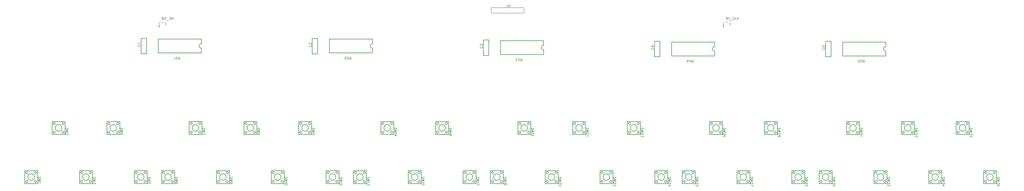
<source format=gto>
G04 Layer: TopSilkscreenLayer*
G04 EasyEDA v6.5.40, 2024-07-22 23:31:44*
G04 cb6e2e9fbd21486d88ae5690d2d3dc00,10*
G04 Gerber Generator version 0.2*
G04 Scale: 100 percent, Rotated: No, Reflected: No *
G04 Dimensions in millimeters *
G04 leading zeros omitted , absolute positions ,4 integer and 5 decimal *
%FSLAX45Y45*%
%MOMM*%

%ADD10C,0.1524*%
%ADD11C,0.2540*%
%ADD12C,0.2032*%
%ADD13C,0.2030*%
%ADD14C,0.3000*%
%ADD15C,0.0124*%

%LPD*%
D10*
X5739937Y4624532D02*
G01*
X5729546Y4619335D01*
X5719155Y4608944D01*
X5713961Y4598555D01*
X5713961Y4577773D01*
X5719155Y4567382D01*
X5729546Y4556991D01*
X5739937Y4551794D01*
X5755525Y4546600D01*
X5781502Y4546600D01*
X5797087Y4551794D01*
X5807478Y4556991D01*
X5817870Y4567382D01*
X5823064Y4577773D01*
X5823064Y4598555D01*
X5817870Y4608944D01*
X5807478Y4619335D01*
X5797087Y4624532D01*
X5734743Y4658822D02*
G01*
X5729546Y4669213D01*
X5713961Y4684798D01*
X5823064Y4684798D01*
X13673206Y4611832D02*
G01*
X13662814Y4606635D01*
X13652423Y4596244D01*
X13647229Y4585855D01*
X13647229Y4565073D01*
X13652423Y4554682D01*
X13662814Y4544291D01*
X13673206Y4539094D01*
X13688794Y4533900D01*
X13714770Y4533900D01*
X13730356Y4539094D01*
X13740747Y4544291D01*
X13751138Y4554682D01*
X13756332Y4565073D01*
X13756332Y4585855D01*
X13751138Y4596244D01*
X13740747Y4606635D01*
X13730356Y4611832D01*
X13673206Y4651316D02*
G01*
X13668011Y4651316D01*
X13657620Y4656513D01*
X13652423Y4661707D01*
X13647229Y4672098D01*
X13647229Y4692881D01*
X13652423Y4703272D01*
X13657620Y4708466D01*
X13668011Y4713663D01*
X13678402Y4713663D01*
X13688794Y4708466D01*
X13704379Y4698075D01*
X13756332Y4646122D01*
X13756332Y4718857D01*
X21606474Y4548332D02*
G01*
X21596083Y4543135D01*
X21585692Y4532744D01*
X21580497Y4522355D01*
X21580497Y4501573D01*
X21585692Y4491182D01*
X21596083Y4480791D01*
X21606474Y4475594D01*
X21622062Y4470400D01*
X21648038Y4470400D01*
X21663624Y4475594D01*
X21674015Y4480791D01*
X21684406Y4491182D01*
X21689601Y4501573D01*
X21689601Y4522355D01*
X21684406Y4532744D01*
X21674015Y4543135D01*
X21663624Y4548332D01*
X21580497Y4593013D02*
G01*
X21580497Y4650163D01*
X21622062Y4618989D01*
X21622062Y4634575D01*
X21627256Y4644966D01*
X21632451Y4650163D01*
X21648038Y4655357D01*
X21658430Y4655357D01*
X21674015Y4650163D01*
X21684406Y4639772D01*
X21689601Y4624184D01*
X21689601Y4608598D01*
X21684406Y4593013D01*
X21679212Y4587816D01*
X21668821Y4582622D01*
X29539742Y4484832D02*
G01*
X29529351Y4479635D01*
X29518960Y4469244D01*
X29513766Y4458855D01*
X29513766Y4438073D01*
X29518960Y4427682D01*
X29529351Y4417291D01*
X29539742Y4412094D01*
X29555330Y4406900D01*
X29581307Y4406900D01*
X29596892Y4412094D01*
X29607283Y4417291D01*
X29617675Y4427682D01*
X29622869Y4438073D01*
X29622869Y4458855D01*
X29617675Y4469244D01*
X29607283Y4479635D01*
X29596892Y4484832D01*
X29513766Y4571075D02*
G01*
X29586501Y4519122D01*
X29586501Y4597054D01*
X29513766Y4571075D02*
G01*
X29622869Y4571075D01*
X37473011Y4484832D02*
G01*
X37462620Y4479635D01*
X37452228Y4469244D01*
X37447034Y4458855D01*
X37447034Y4438073D01*
X37452228Y4427682D01*
X37462620Y4417291D01*
X37473011Y4412094D01*
X37488599Y4406900D01*
X37514575Y4406900D01*
X37530161Y4412094D01*
X37540552Y4417291D01*
X37550943Y4427682D01*
X37556137Y4438073D01*
X37556137Y4458855D01*
X37550943Y4469244D01*
X37540552Y4479635D01*
X37530161Y4484832D01*
X37447034Y4581466D02*
G01*
X37447034Y4529513D01*
X37493793Y4524316D01*
X37488599Y4529513D01*
X37483402Y4545098D01*
X37483402Y4560684D01*
X37488599Y4576272D01*
X37498987Y4586663D01*
X37514575Y4591857D01*
X37524966Y4591857D01*
X37540552Y4586663D01*
X37550943Y4576272D01*
X37556137Y4560684D01*
X37556137Y4545098D01*
X37550943Y4529513D01*
X37545749Y4524316D01*
X37535358Y4519122D01*
X7661462Y3952062D02*
G01*
X7661462Y4061028D01*
X7661462Y3952062D02*
G01*
X7614726Y3952062D01*
X7599232Y3957142D01*
X7593898Y3962476D01*
X7588818Y3972890D01*
X7588818Y3983304D01*
X7593898Y3993718D01*
X7599232Y3998798D01*
X7614726Y4003878D01*
X7661462Y4003878D01*
X7625140Y4003878D02*
G01*
X7588818Y4061028D01*
X7476550Y3977970D02*
G01*
X7481630Y3967556D01*
X7492044Y3957142D01*
X7502458Y3952062D01*
X7523286Y3952062D01*
X7533700Y3957142D01*
X7544114Y3967556D01*
X7549194Y3977970D01*
X7554528Y3993718D01*
X7554528Y4019626D01*
X7549194Y4035120D01*
X7544114Y4045534D01*
X7533700Y4055948D01*
X7523286Y4061028D01*
X7502458Y4061028D01*
X7492044Y4055948D01*
X7481630Y4045534D01*
X7476550Y4035120D01*
X7476550Y4019626D01*
X7502458Y4019626D02*
G01*
X7476550Y4019626D01*
X7442260Y3972890D02*
G01*
X7431846Y3967556D01*
X7416352Y3952062D01*
X7416352Y4061028D01*
X15594731Y3952062D02*
G01*
X15594731Y4061028D01*
X15594731Y3952062D02*
G01*
X15547995Y3952062D01*
X15532501Y3957142D01*
X15527167Y3962476D01*
X15522087Y3972890D01*
X15522087Y3983304D01*
X15527167Y3993718D01*
X15532501Y3998798D01*
X15547995Y4003878D01*
X15594731Y4003878D01*
X15558409Y4003878D02*
G01*
X15522087Y4061028D01*
X15409819Y3977970D02*
G01*
X15414899Y3967556D01*
X15425313Y3957142D01*
X15435727Y3952062D01*
X15456555Y3952062D01*
X15466969Y3957142D01*
X15477383Y3967556D01*
X15482463Y3977970D01*
X15487797Y3993718D01*
X15487797Y4019626D01*
X15482463Y4035120D01*
X15477383Y4045534D01*
X15466969Y4055948D01*
X15456555Y4061028D01*
X15435727Y4061028D01*
X15425313Y4055948D01*
X15414899Y4045534D01*
X15409819Y4035120D01*
X15409819Y4019626D01*
X15435727Y4019626D02*
G01*
X15409819Y4019626D01*
X15370195Y3977970D02*
G01*
X15370195Y3972890D01*
X15365115Y3962476D01*
X15359781Y3957142D01*
X15349621Y3952062D01*
X15328793Y3952062D01*
X15318379Y3957142D01*
X15313045Y3962476D01*
X15307965Y3972890D01*
X15307965Y3983304D01*
X15313045Y3993718D01*
X15323459Y4009212D01*
X15375529Y4061028D01*
X15302631Y4061028D01*
X23527999Y3875862D02*
G01*
X23527999Y3984828D01*
X23527999Y3875862D02*
G01*
X23481263Y3875862D01*
X23465769Y3880942D01*
X23460435Y3886276D01*
X23455355Y3896690D01*
X23455355Y3907104D01*
X23460435Y3917518D01*
X23465769Y3922598D01*
X23481263Y3927678D01*
X23527999Y3927678D01*
X23491677Y3927678D02*
G01*
X23455355Y3984828D01*
X23343087Y3901770D02*
G01*
X23348167Y3891356D01*
X23358581Y3880942D01*
X23368995Y3875862D01*
X23389823Y3875862D01*
X23400237Y3880942D01*
X23410651Y3891356D01*
X23415731Y3901770D01*
X23421065Y3917518D01*
X23421065Y3943426D01*
X23415731Y3958920D01*
X23410651Y3969334D01*
X23400237Y3979748D01*
X23389823Y3984828D01*
X23368995Y3984828D01*
X23358581Y3979748D01*
X23348167Y3969334D01*
X23343087Y3958920D01*
X23343087Y3943426D01*
X23368995Y3943426D02*
G01*
X23343087Y3943426D01*
X23298383Y3875862D02*
G01*
X23241233Y3875862D01*
X23272475Y3917518D01*
X23256727Y3917518D01*
X23246313Y3922598D01*
X23241233Y3927678D01*
X23235899Y3943426D01*
X23235899Y3953840D01*
X23241233Y3969334D01*
X23251647Y3979748D01*
X23267141Y3984828D01*
X23282889Y3984828D01*
X23298383Y3979748D01*
X23303463Y3974668D01*
X23308797Y3964254D01*
X31461268Y3812362D02*
G01*
X31461268Y3921328D01*
X31461268Y3812362D02*
G01*
X31414532Y3812362D01*
X31399038Y3817442D01*
X31393704Y3822776D01*
X31388624Y3833190D01*
X31388624Y3843604D01*
X31393704Y3854018D01*
X31399038Y3859098D01*
X31414532Y3864178D01*
X31461268Y3864178D01*
X31424946Y3864178D02*
G01*
X31388624Y3921328D01*
X31276356Y3838270D02*
G01*
X31281436Y3827856D01*
X31291850Y3817442D01*
X31302264Y3812362D01*
X31323092Y3812362D01*
X31333506Y3817442D01*
X31343920Y3827856D01*
X31349000Y3838270D01*
X31354334Y3854018D01*
X31354334Y3879926D01*
X31349000Y3895420D01*
X31343920Y3905834D01*
X31333506Y3916248D01*
X31323092Y3921328D01*
X31302264Y3921328D01*
X31291850Y3916248D01*
X31281436Y3905834D01*
X31276356Y3895420D01*
X31276356Y3879926D01*
X31302264Y3879926D02*
G01*
X31276356Y3879926D01*
X31189996Y3812362D02*
G01*
X31242066Y3885006D01*
X31164088Y3885006D01*
X31189996Y3812362D02*
G01*
X31189996Y3921328D01*
X39394536Y3812362D02*
G01*
X39394536Y3921328D01*
X39394536Y3812362D02*
G01*
X39347800Y3812362D01*
X39332306Y3817442D01*
X39326972Y3822776D01*
X39321892Y3833190D01*
X39321892Y3843604D01*
X39326972Y3854018D01*
X39332306Y3859098D01*
X39347800Y3864178D01*
X39394536Y3864178D01*
X39358214Y3864178D02*
G01*
X39321892Y3921328D01*
X39209624Y3838270D02*
G01*
X39214704Y3827856D01*
X39225118Y3817442D01*
X39235532Y3812362D01*
X39256360Y3812362D01*
X39266774Y3817442D01*
X39277188Y3827856D01*
X39282268Y3838270D01*
X39287602Y3854018D01*
X39287602Y3879926D01*
X39282268Y3895420D01*
X39277188Y3905834D01*
X39266774Y3916248D01*
X39256360Y3921328D01*
X39235532Y3921328D01*
X39225118Y3916248D01*
X39214704Y3905834D01*
X39209624Y3895420D01*
X39209624Y3879926D01*
X39235532Y3879926D02*
G01*
X39209624Y3879926D01*
X39112850Y3812362D02*
G01*
X39164920Y3812362D01*
X39170000Y3859098D01*
X39164920Y3854018D01*
X39149426Y3848684D01*
X39133678Y3848684D01*
X39118184Y3854018D01*
X39107770Y3864178D01*
X39102436Y3879926D01*
X39102436Y3890340D01*
X39107770Y3905834D01*
X39118184Y3916248D01*
X39133678Y3921328D01*
X39149426Y3921328D01*
X39164920Y3916248D01*
X39170000Y3911168D01*
X39175334Y3900754D01*
X32994600Y5906515D02*
G01*
X32994600Y5797550D01*
X32994600Y5906515D02*
G01*
X33041336Y5906515D01*
X33056829Y5901436D01*
X33062163Y5896102D01*
X33067243Y5885687D01*
X33067243Y5875273D01*
X33062163Y5864860D01*
X33056829Y5859779D01*
X33041336Y5854700D01*
X32994600Y5854700D02*
G01*
X33041336Y5854700D01*
X33056829Y5849365D01*
X33062163Y5844286D01*
X33067243Y5833871D01*
X33067243Y5818123D01*
X33062163Y5807710D01*
X33056829Y5802629D01*
X33041336Y5797550D01*
X32994600Y5797550D01*
X33101534Y5885687D02*
G01*
X33111948Y5891021D01*
X33127695Y5906515D01*
X33127695Y5797550D01*
X33161986Y5760973D02*
G01*
X33255458Y5760973D01*
X33367725Y5880607D02*
G01*
X33362391Y5891021D01*
X33351977Y5901436D01*
X33341563Y5906515D01*
X33320990Y5906515D01*
X33310575Y5901436D01*
X33300161Y5891021D01*
X33294827Y5880607D01*
X33289748Y5864860D01*
X33289748Y5838952D01*
X33294827Y5823457D01*
X33300161Y5813044D01*
X33310575Y5802629D01*
X33320990Y5797550D01*
X33341563Y5797550D01*
X33351977Y5802629D01*
X33362391Y5813044D01*
X33367725Y5823457D01*
X33402015Y5906515D02*
G01*
X33402015Y5797550D01*
X33402015Y5797550D02*
G01*
X33464245Y5797550D01*
X33498536Y5906515D02*
G01*
X33498536Y5797550D01*
X33571179Y5906515D02*
G01*
X33498536Y5833871D01*
X33524443Y5859779D02*
G01*
X33571179Y5797550D01*
X6832600Y5906515D02*
G01*
X6832600Y5797550D01*
X6832600Y5906515D02*
G01*
X6879336Y5906515D01*
X6894829Y5901436D01*
X6900163Y5896102D01*
X6905243Y5885687D01*
X6905243Y5875273D01*
X6900163Y5864860D01*
X6894829Y5859779D01*
X6879336Y5854700D01*
X6832600Y5854700D02*
G01*
X6879336Y5854700D01*
X6894829Y5849365D01*
X6900163Y5844286D01*
X6905243Y5833871D01*
X6905243Y5818123D01*
X6900163Y5807710D01*
X6894829Y5802629D01*
X6879336Y5797550D01*
X6832600Y5797550D01*
X6944868Y5880607D02*
G01*
X6944868Y5885687D01*
X6949947Y5896102D01*
X6955281Y5901436D01*
X6965695Y5906515D01*
X6986270Y5906515D01*
X6996684Y5901436D01*
X7002018Y5896102D01*
X7007097Y5885687D01*
X7007097Y5875273D01*
X7002018Y5864860D01*
X6991604Y5849365D01*
X6939534Y5797550D01*
X7012431Y5797550D01*
X7046722Y5760973D02*
G01*
X7140193Y5760973D01*
X7247127Y5891021D02*
G01*
X7236713Y5901436D01*
X7221220Y5906515D01*
X7200391Y5906515D01*
X7184897Y5901436D01*
X7174484Y5891021D01*
X7174484Y5880607D01*
X7179563Y5870194D01*
X7184897Y5864860D01*
X7195311Y5859779D01*
X7226300Y5849365D01*
X7236713Y5844286D01*
X7242047Y5838952D01*
X7247127Y5828537D01*
X7247127Y5813044D01*
X7236713Y5802629D01*
X7221220Y5797550D01*
X7200391Y5797550D01*
X7184897Y5802629D01*
X7174484Y5813044D01*
X7281418Y5906515D02*
G01*
X7281418Y5797550D01*
X7354315Y5906515D02*
G01*
X7354315Y5797550D01*
X7281418Y5854700D02*
G01*
X7354315Y5854700D01*
X22834600Y6490715D02*
G01*
X22834600Y6381750D01*
X22907243Y6490715D02*
G01*
X22907243Y6381750D01*
X22834600Y6438900D02*
G01*
X22907243Y6438900D01*
X22941534Y6469887D02*
G01*
X22951948Y6475221D01*
X22967695Y6490715D01*
X22967695Y6381750D01*
X10082009Y-1596644D02*
G01*
X10092423Y-1586229D01*
X10097503Y-1570736D01*
X10097503Y-1549907D01*
X10092423Y-1534413D01*
X10082009Y-1524000D01*
X10071595Y-1524000D01*
X10061181Y-1529079D01*
X10055847Y-1534413D01*
X10050767Y-1544828D01*
X10040353Y-1576070D01*
X10035273Y-1586229D01*
X10029939Y-1591563D01*
X10019525Y-1596644D01*
X10004031Y-1596644D01*
X9993617Y-1586229D01*
X9988537Y-1570736D01*
X9988537Y-1549907D01*
X9993617Y-1534413D01*
X10004031Y-1524000D01*
X10097503Y-1630934D02*
G01*
X9988537Y-1657095D01*
X10097503Y-1683004D02*
G01*
X9988537Y-1657095D01*
X10097503Y-1683004D02*
G01*
X9988537Y-1708912D01*
X10097503Y-1734820D02*
G01*
X9988537Y-1708912D01*
X10097503Y-1795271D02*
G01*
X10092423Y-1779523D01*
X10082009Y-1774444D01*
X10071595Y-1774444D01*
X10061181Y-1779523D01*
X10055847Y-1789937D01*
X10050767Y-1810765D01*
X10045687Y-1826260D01*
X10035273Y-1836673D01*
X10024859Y-1842007D01*
X10009111Y-1842007D01*
X9998697Y-1836673D01*
X9993617Y-1831594D01*
X9988537Y-1816100D01*
X9988537Y-1795271D01*
X9993617Y-1779523D01*
X9998697Y-1774444D01*
X10009111Y-1769110D01*
X10024859Y-1769110D01*
X10035273Y-1774444D01*
X10045687Y-1784857D01*
X10050767Y-1800352D01*
X10055847Y-1821179D01*
X10061181Y-1831594D01*
X10071595Y-1836673D01*
X10082009Y-1836673D01*
X10092423Y-1831594D01*
X10097503Y-1816100D01*
X10097503Y-1795271D01*
X11352009Y689355D02*
G01*
X11362423Y699770D01*
X11367503Y715263D01*
X11367503Y736092D01*
X11362423Y751586D01*
X11352009Y762000D01*
X11341595Y762000D01*
X11331181Y756920D01*
X11325847Y751586D01*
X11320767Y741171D01*
X11310353Y709929D01*
X11305273Y699770D01*
X11299939Y694436D01*
X11289525Y689355D01*
X11274031Y689355D01*
X11263617Y699770D01*
X11258537Y715263D01*
X11258537Y736092D01*
X11263617Y751586D01*
X11274031Y762000D01*
X11367503Y655065D02*
G01*
X11258537Y628904D01*
X11367503Y602995D02*
G01*
X11258537Y628904D01*
X11367503Y602995D02*
G01*
X11258537Y577087D01*
X11367503Y551179D02*
G01*
X11258537Y577087D01*
X11331181Y449326D02*
G01*
X11315687Y454405D01*
X11305273Y464820D01*
X11299939Y480313D01*
X11299939Y485647D01*
X11305273Y501142D01*
X11315687Y511555D01*
X11331181Y516889D01*
X11336261Y516889D01*
X11352009Y511555D01*
X11362423Y501142D01*
X11367503Y485647D01*
X11367503Y480313D01*
X11362423Y464820D01*
X11352009Y454405D01*
X11331181Y449326D01*
X11305273Y449326D01*
X11279111Y454405D01*
X11263617Y464820D01*
X11258537Y480313D01*
X11258537Y490728D01*
X11263617Y506476D01*
X11274031Y511555D01*
X12622009Y-1596644D02*
G01*
X12632423Y-1586229D01*
X12637503Y-1570736D01*
X12637503Y-1549907D01*
X12632423Y-1534413D01*
X12622009Y-1524000D01*
X12611595Y-1524000D01*
X12601181Y-1529079D01*
X12595847Y-1534413D01*
X12590767Y-1544828D01*
X12580353Y-1576070D01*
X12575273Y-1586229D01*
X12569939Y-1591563D01*
X12559525Y-1596644D01*
X12544031Y-1596644D01*
X12533617Y-1586229D01*
X12528537Y-1570736D01*
X12528537Y-1549907D01*
X12533617Y-1534413D01*
X12544031Y-1524000D01*
X12637503Y-1630934D02*
G01*
X12528537Y-1657095D01*
X12637503Y-1683004D02*
G01*
X12528537Y-1657095D01*
X12637503Y-1683004D02*
G01*
X12528537Y-1708912D01*
X12637503Y-1734820D02*
G01*
X12528537Y-1708912D01*
X12616675Y-1769110D02*
G01*
X12622009Y-1779523D01*
X12637503Y-1795271D01*
X12528537Y-1795271D01*
X12637503Y-1860550D02*
G01*
X12632423Y-1845055D01*
X12616675Y-1834642D01*
X12590767Y-1829562D01*
X12575273Y-1829562D01*
X12549111Y-1834642D01*
X12533617Y-1845055D01*
X12528537Y-1860550D01*
X12528537Y-1870963D01*
X12533617Y-1886712D01*
X12549111Y-1897126D01*
X12575273Y-1902205D01*
X12590767Y-1902205D01*
X12616675Y-1897126D01*
X12632423Y-1886712D01*
X12637503Y-1870963D01*
X12637503Y-1860550D01*
X13892009Y689355D02*
G01*
X13902423Y699770D01*
X13907503Y715263D01*
X13907503Y736092D01*
X13902423Y751586D01*
X13892009Y762000D01*
X13881595Y762000D01*
X13871181Y756920D01*
X13865847Y751586D01*
X13860767Y741171D01*
X13850353Y709929D01*
X13845273Y699770D01*
X13839939Y694436D01*
X13829525Y689355D01*
X13814031Y689355D01*
X13803617Y699770D01*
X13798537Y715263D01*
X13798537Y736092D01*
X13803617Y751586D01*
X13814031Y762000D01*
X13907503Y655065D02*
G01*
X13798537Y628904D01*
X13907503Y602995D02*
G01*
X13798537Y628904D01*
X13907503Y602995D02*
G01*
X13798537Y577087D01*
X13907503Y551179D02*
G01*
X13798537Y577087D01*
X13886675Y516889D02*
G01*
X13892009Y506476D01*
X13907503Y490728D01*
X13798537Y490728D01*
X13886675Y456437D02*
G01*
X13892009Y446023D01*
X13907503Y430529D01*
X13798537Y430529D01*
X15162009Y-1596644D02*
G01*
X15172423Y-1586229D01*
X15177503Y-1570736D01*
X15177503Y-1549907D01*
X15172423Y-1534413D01*
X15162009Y-1524000D01*
X15151595Y-1524000D01*
X15141181Y-1529079D01*
X15135847Y-1534413D01*
X15130767Y-1544828D01*
X15120353Y-1576070D01*
X15115273Y-1586229D01*
X15109939Y-1591563D01*
X15099525Y-1596644D01*
X15084031Y-1596644D01*
X15073617Y-1586229D01*
X15068537Y-1570736D01*
X15068537Y-1549907D01*
X15073617Y-1534413D01*
X15084031Y-1524000D01*
X15177503Y-1630934D02*
G01*
X15068537Y-1657095D01*
X15177503Y-1683004D02*
G01*
X15068537Y-1657095D01*
X15177503Y-1683004D02*
G01*
X15068537Y-1708912D01*
X15177503Y-1734820D02*
G01*
X15068537Y-1708912D01*
X15156675Y-1769110D02*
G01*
X15162009Y-1779523D01*
X15177503Y-1795271D01*
X15068537Y-1795271D01*
X15151595Y-1834642D02*
G01*
X15156675Y-1834642D01*
X15167089Y-1839976D01*
X15172423Y-1845055D01*
X15177503Y-1855470D01*
X15177503Y-1876297D01*
X15172423Y-1886712D01*
X15167089Y-1891792D01*
X15156675Y-1897126D01*
X15146261Y-1897126D01*
X15135847Y-1891792D01*
X15120353Y-1881378D01*
X15068537Y-1829562D01*
X15068537Y-1902205D01*
X16432009Y-1596644D02*
G01*
X16442423Y-1586229D01*
X16447503Y-1570736D01*
X16447503Y-1549907D01*
X16442423Y-1534413D01*
X16432009Y-1524000D01*
X16421595Y-1524000D01*
X16411181Y-1529079D01*
X16405847Y-1534413D01*
X16400767Y-1544828D01*
X16390353Y-1576070D01*
X16385273Y-1586229D01*
X16379939Y-1591563D01*
X16369525Y-1596644D01*
X16354031Y-1596644D01*
X16343617Y-1586229D01*
X16338537Y-1570736D01*
X16338537Y-1549907D01*
X16343617Y-1534413D01*
X16354031Y-1524000D01*
X16447503Y-1630934D02*
G01*
X16338537Y-1657095D01*
X16447503Y-1683004D02*
G01*
X16338537Y-1657095D01*
X16447503Y-1683004D02*
G01*
X16338537Y-1708912D01*
X16447503Y-1734820D02*
G01*
X16338537Y-1708912D01*
X16426675Y-1769110D02*
G01*
X16432009Y-1779523D01*
X16447503Y-1795271D01*
X16338537Y-1795271D01*
X16447503Y-1839976D02*
G01*
X16447503Y-1897126D01*
X16405847Y-1865884D01*
X16405847Y-1881378D01*
X16400767Y-1891792D01*
X16395687Y-1897126D01*
X16379939Y-1902205D01*
X16369525Y-1902205D01*
X16354031Y-1897126D01*
X16343617Y-1886712D01*
X16338537Y-1870963D01*
X16338537Y-1855470D01*
X16343617Y-1839976D01*
X16348697Y-1834642D01*
X16359111Y-1829562D01*
X17702009Y689355D02*
G01*
X17712423Y699770D01*
X17717503Y715263D01*
X17717503Y736092D01*
X17712423Y751586D01*
X17702009Y762000D01*
X17691595Y762000D01*
X17681181Y756920D01*
X17675847Y751586D01*
X17670767Y741171D01*
X17660353Y709929D01*
X17655273Y699770D01*
X17649939Y694436D01*
X17639525Y689355D01*
X17624031Y689355D01*
X17613617Y699770D01*
X17608537Y715263D01*
X17608537Y736092D01*
X17613617Y751586D01*
X17624031Y762000D01*
X17717503Y655065D02*
G01*
X17608537Y628904D01*
X17717503Y602995D02*
G01*
X17608537Y628904D01*
X17717503Y602995D02*
G01*
X17608537Y577087D01*
X17717503Y551179D02*
G01*
X17608537Y577087D01*
X17696675Y516889D02*
G01*
X17702009Y506476D01*
X17717503Y490728D01*
X17608537Y490728D01*
X17717503Y404621D02*
G01*
X17644859Y456437D01*
X17644859Y378460D01*
X17717503Y404621D02*
G01*
X17608537Y404621D01*
X18972009Y-1596644D02*
G01*
X18982423Y-1586229D01*
X18987503Y-1570736D01*
X18987503Y-1549907D01*
X18982423Y-1534413D01*
X18972009Y-1524000D01*
X18961595Y-1524000D01*
X18951181Y-1529079D01*
X18945847Y-1534413D01*
X18940767Y-1544828D01*
X18930353Y-1576070D01*
X18925273Y-1586229D01*
X18919939Y-1591563D01*
X18909525Y-1596644D01*
X18894031Y-1596644D01*
X18883617Y-1586229D01*
X18878537Y-1570736D01*
X18878537Y-1549907D01*
X18883617Y-1534413D01*
X18894031Y-1524000D01*
X18987503Y-1630934D02*
G01*
X18878537Y-1657095D01*
X18987503Y-1683004D02*
G01*
X18878537Y-1657095D01*
X18987503Y-1683004D02*
G01*
X18878537Y-1708912D01*
X18987503Y-1734820D02*
G01*
X18878537Y-1708912D01*
X18966675Y-1769110D02*
G01*
X18972009Y-1779523D01*
X18987503Y-1795271D01*
X18878537Y-1795271D01*
X18987503Y-1891792D02*
G01*
X18987503Y-1839976D01*
X18940767Y-1834642D01*
X18945847Y-1839976D01*
X18951181Y-1855470D01*
X18951181Y-1870963D01*
X18945847Y-1886712D01*
X18935687Y-1897126D01*
X18919939Y-1902205D01*
X18909525Y-1902205D01*
X18894031Y-1897126D01*
X18883617Y-1886712D01*
X18878537Y-1870963D01*
X18878537Y-1855470D01*
X18883617Y-1839976D01*
X18888697Y-1834642D01*
X18899111Y-1829562D01*
X20242009Y689355D02*
G01*
X20252423Y699770D01*
X20257503Y715263D01*
X20257503Y736092D01*
X20252423Y751586D01*
X20242009Y762000D01*
X20231595Y762000D01*
X20221181Y756920D01*
X20215847Y751586D01*
X20210767Y741171D01*
X20200353Y709929D01*
X20195273Y699770D01*
X20189939Y694436D01*
X20179525Y689355D01*
X20164031Y689355D01*
X20153617Y699770D01*
X20148537Y715263D01*
X20148537Y736092D01*
X20153617Y751586D01*
X20164031Y762000D01*
X20257503Y655065D02*
G01*
X20148537Y628904D01*
X20257503Y602995D02*
G01*
X20148537Y628904D01*
X20257503Y602995D02*
G01*
X20148537Y577087D01*
X20257503Y551179D02*
G01*
X20148537Y577087D01*
X20236675Y516889D02*
G01*
X20242009Y506476D01*
X20257503Y490728D01*
X20148537Y490728D01*
X20242009Y394207D02*
G01*
X20252423Y399287D01*
X20257503Y415036D01*
X20257503Y425450D01*
X20252423Y440944D01*
X20236675Y451357D01*
X20210767Y456437D01*
X20184859Y456437D01*
X20164031Y451357D01*
X20153617Y440944D01*
X20148537Y425450D01*
X20148537Y420115D01*
X20153617Y404621D01*
X20164031Y394207D01*
X20179525Y388873D01*
X20184859Y388873D01*
X20200353Y394207D01*
X20210767Y404621D01*
X20215847Y420115D01*
X20215847Y425450D01*
X20210767Y440944D01*
X20200353Y451357D01*
X20184859Y456437D01*
X21512009Y-1596644D02*
G01*
X21522423Y-1586229D01*
X21527503Y-1570736D01*
X21527503Y-1549907D01*
X21522423Y-1534413D01*
X21512009Y-1524000D01*
X21501595Y-1524000D01*
X21491181Y-1529079D01*
X21485847Y-1534413D01*
X21480767Y-1544828D01*
X21470353Y-1576070D01*
X21465273Y-1586229D01*
X21459939Y-1591563D01*
X21449525Y-1596644D01*
X21434031Y-1596644D01*
X21423617Y-1586229D01*
X21418537Y-1570736D01*
X21418537Y-1549907D01*
X21423617Y-1534413D01*
X21434031Y-1524000D01*
X21527503Y-1630934D02*
G01*
X21418537Y-1657095D01*
X21527503Y-1683004D02*
G01*
X21418537Y-1657095D01*
X21527503Y-1683004D02*
G01*
X21418537Y-1708912D01*
X21527503Y-1734820D02*
G01*
X21418537Y-1708912D01*
X21506675Y-1769110D02*
G01*
X21512009Y-1779523D01*
X21527503Y-1795271D01*
X21418537Y-1795271D01*
X21527503Y-1902205D02*
G01*
X21418537Y-1850389D01*
X21527503Y-1829562D02*
G01*
X21527503Y-1902205D01*
X22782009Y-1596644D02*
G01*
X22792423Y-1586229D01*
X22797503Y-1570736D01*
X22797503Y-1549907D01*
X22792423Y-1534413D01*
X22782009Y-1524000D01*
X22771595Y-1524000D01*
X22761181Y-1529079D01*
X22755847Y-1534413D01*
X22750767Y-1544828D01*
X22740353Y-1576070D01*
X22735273Y-1586229D01*
X22729939Y-1591563D01*
X22719525Y-1596644D01*
X22704031Y-1596644D01*
X22693617Y-1586229D01*
X22688537Y-1570736D01*
X22688537Y-1549907D01*
X22693617Y-1534413D01*
X22704031Y-1524000D01*
X22797503Y-1630934D02*
G01*
X22688537Y-1657095D01*
X22797503Y-1683004D02*
G01*
X22688537Y-1657095D01*
X22797503Y-1683004D02*
G01*
X22688537Y-1708912D01*
X22797503Y-1734820D02*
G01*
X22688537Y-1708912D01*
X22776675Y-1769110D02*
G01*
X22782009Y-1779523D01*
X22797503Y-1795271D01*
X22688537Y-1795271D01*
X22797503Y-1855470D02*
G01*
X22792423Y-1839976D01*
X22782009Y-1834642D01*
X22771595Y-1834642D01*
X22761181Y-1839976D01*
X22755847Y-1850389D01*
X22750767Y-1870963D01*
X22745687Y-1886712D01*
X22735273Y-1897126D01*
X22724859Y-1902205D01*
X22709111Y-1902205D01*
X22698697Y-1897126D01*
X22693617Y-1891792D01*
X22688537Y-1876297D01*
X22688537Y-1855470D01*
X22693617Y-1839976D01*
X22698697Y-1834642D01*
X22709111Y-1829562D01*
X22724859Y-1829562D01*
X22735273Y-1834642D01*
X22745687Y-1845055D01*
X22750767Y-1860550D01*
X22755847Y-1881378D01*
X22761181Y-1891792D01*
X22771595Y-1897126D01*
X22782009Y-1897126D01*
X22792423Y-1891792D01*
X22797503Y-1876297D01*
X22797503Y-1855470D01*
X24052009Y689355D02*
G01*
X24062423Y699770D01*
X24067503Y715263D01*
X24067503Y736092D01*
X24062423Y751586D01*
X24052009Y762000D01*
X24041595Y762000D01*
X24031181Y756920D01*
X24025847Y751586D01*
X24020767Y741171D01*
X24010353Y709929D01*
X24005273Y699770D01*
X23999939Y694436D01*
X23989525Y689355D01*
X23974031Y689355D01*
X23963617Y699770D01*
X23958537Y715263D01*
X23958537Y736092D01*
X23963617Y751586D01*
X23974031Y762000D01*
X24067503Y655065D02*
G01*
X23958537Y628904D01*
X24067503Y602995D02*
G01*
X23958537Y628904D01*
X24067503Y602995D02*
G01*
X23958537Y577087D01*
X24067503Y551179D02*
G01*
X23958537Y577087D01*
X24046675Y516889D02*
G01*
X24052009Y506476D01*
X24067503Y490728D01*
X23958537Y490728D01*
X24031181Y388873D02*
G01*
X24015687Y394207D01*
X24005273Y404621D01*
X23999939Y420115D01*
X23999939Y425450D01*
X24005273Y440944D01*
X24015687Y451357D01*
X24031181Y456437D01*
X24036261Y456437D01*
X24052009Y451357D01*
X24062423Y440944D01*
X24067503Y425450D01*
X24067503Y420115D01*
X24062423Y404621D01*
X24052009Y394207D01*
X24031181Y388873D01*
X24005273Y388873D01*
X23979111Y394207D01*
X23963617Y404621D01*
X23958537Y420115D01*
X23958537Y430529D01*
X23963617Y446023D01*
X23974031Y451357D01*
X25322009Y-1596644D02*
G01*
X25332423Y-1586229D01*
X25337503Y-1570736D01*
X25337503Y-1549907D01*
X25332423Y-1534413D01*
X25322009Y-1524000D01*
X25311595Y-1524000D01*
X25301181Y-1529079D01*
X25295847Y-1534413D01*
X25290767Y-1544828D01*
X25280353Y-1576070D01*
X25275273Y-1586229D01*
X25269939Y-1591563D01*
X25259525Y-1596644D01*
X25244031Y-1596644D01*
X25233617Y-1586229D01*
X25228537Y-1570736D01*
X25228537Y-1549907D01*
X25233617Y-1534413D01*
X25244031Y-1524000D01*
X25337503Y-1630934D02*
G01*
X25228537Y-1657095D01*
X25337503Y-1683004D02*
G01*
X25228537Y-1657095D01*
X25337503Y-1683004D02*
G01*
X25228537Y-1708912D01*
X25337503Y-1734820D02*
G01*
X25228537Y-1708912D01*
X25311595Y-1774444D02*
G01*
X25316675Y-1774444D01*
X25327089Y-1779523D01*
X25332423Y-1784857D01*
X25337503Y-1795271D01*
X25337503Y-1816100D01*
X25332423Y-1826260D01*
X25327089Y-1831594D01*
X25316675Y-1836673D01*
X25306261Y-1836673D01*
X25295847Y-1831594D01*
X25280353Y-1821179D01*
X25228537Y-1769110D01*
X25228537Y-1842007D01*
X25337503Y-1907539D02*
G01*
X25332423Y-1891792D01*
X25316675Y-1881378D01*
X25290767Y-1876297D01*
X25275273Y-1876297D01*
X25249111Y-1881378D01*
X25233617Y-1891792D01*
X25228537Y-1907539D01*
X25228537Y-1917700D01*
X25233617Y-1933447D01*
X25249111Y-1943862D01*
X25275273Y-1948942D01*
X25290767Y-1948942D01*
X25316675Y-1943862D01*
X25332423Y-1933447D01*
X25337503Y-1917700D01*
X25337503Y-1907539D01*
X26592009Y689355D02*
G01*
X26602423Y699770D01*
X26607503Y715263D01*
X26607503Y736092D01*
X26602423Y751586D01*
X26592009Y762000D01*
X26581595Y762000D01*
X26571181Y756920D01*
X26565847Y751586D01*
X26560767Y741171D01*
X26550353Y709929D01*
X26545273Y699770D01*
X26539939Y694436D01*
X26529525Y689355D01*
X26514031Y689355D01*
X26503617Y699770D01*
X26498537Y715263D01*
X26498537Y736092D01*
X26503617Y751586D01*
X26514031Y762000D01*
X26607503Y655065D02*
G01*
X26498537Y628904D01*
X26607503Y602995D02*
G01*
X26498537Y628904D01*
X26607503Y602995D02*
G01*
X26498537Y577087D01*
X26607503Y551179D02*
G01*
X26498537Y577087D01*
X26581595Y511555D02*
G01*
X26586675Y511555D01*
X26597089Y506476D01*
X26602423Y501142D01*
X26607503Y490728D01*
X26607503Y469900D01*
X26602423Y459739D01*
X26597089Y454405D01*
X26586675Y449326D01*
X26576261Y449326D01*
X26565847Y454405D01*
X26550353Y464820D01*
X26498537Y516889D01*
X26498537Y443992D01*
X26586675Y409702D02*
G01*
X26592009Y399287D01*
X26607503Y383794D01*
X26498537Y383794D01*
X27862009Y-1596644D02*
G01*
X27872423Y-1586229D01*
X27877503Y-1570736D01*
X27877503Y-1549907D01*
X27872423Y-1534413D01*
X27862009Y-1524000D01*
X27851595Y-1524000D01*
X27841181Y-1529079D01*
X27835847Y-1534413D01*
X27830767Y-1544828D01*
X27820353Y-1576070D01*
X27815273Y-1586229D01*
X27809939Y-1591563D01*
X27799525Y-1596644D01*
X27784031Y-1596644D01*
X27773617Y-1586229D01*
X27768537Y-1570736D01*
X27768537Y-1549907D01*
X27773617Y-1534413D01*
X27784031Y-1524000D01*
X27877503Y-1630934D02*
G01*
X27768537Y-1657095D01*
X27877503Y-1683004D02*
G01*
X27768537Y-1657095D01*
X27877503Y-1683004D02*
G01*
X27768537Y-1708912D01*
X27877503Y-1734820D02*
G01*
X27768537Y-1708912D01*
X27851595Y-1774444D02*
G01*
X27856675Y-1774444D01*
X27867089Y-1779523D01*
X27872423Y-1784857D01*
X27877503Y-1795271D01*
X27877503Y-1816100D01*
X27872423Y-1826260D01*
X27867089Y-1831594D01*
X27856675Y-1836673D01*
X27846261Y-1836673D01*
X27835847Y-1831594D01*
X27820353Y-1821179D01*
X27768537Y-1769110D01*
X27768537Y-1842007D01*
X27851595Y-1881378D02*
G01*
X27856675Y-1881378D01*
X27867089Y-1886712D01*
X27872423Y-1891792D01*
X27877503Y-1902205D01*
X27877503Y-1923034D01*
X27872423Y-1933447D01*
X27867089Y-1938528D01*
X27856675Y-1943862D01*
X27846261Y-1943862D01*
X27835847Y-1938528D01*
X27820353Y-1928113D01*
X27768537Y-1876297D01*
X27768537Y-1948942D01*
X29132009Y689355D02*
G01*
X29142423Y699770D01*
X29147503Y715263D01*
X29147503Y736092D01*
X29142423Y751586D01*
X29132009Y762000D01*
X29121595Y762000D01*
X29111181Y756920D01*
X29105847Y751586D01*
X29100767Y741171D01*
X29090353Y709929D01*
X29085273Y699770D01*
X29079939Y694436D01*
X29069525Y689355D01*
X29054031Y689355D01*
X29043617Y699770D01*
X29038537Y715263D01*
X29038537Y736092D01*
X29043617Y751586D01*
X29054031Y762000D01*
X29147503Y655065D02*
G01*
X29038537Y628904D01*
X29147503Y602995D02*
G01*
X29038537Y628904D01*
X29147503Y602995D02*
G01*
X29038537Y577087D01*
X29147503Y551179D02*
G01*
X29038537Y577087D01*
X29121595Y511555D02*
G01*
X29126675Y511555D01*
X29137089Y506476D01*
X29142423Y501142D01*
X29147503Y490728D01*
X29147503Y469900D01*
X29142423Y459739D01*
X29137089Y454405D01*
X29126675Y449326D01*
X29116261Y449326D01*
X29105847Y454405D01*
X29090353Y464820D01*
X29038537Y516889D01*
X29038537Y443992D01*
X29147503Y399287D02*
G01*
X29147503Y342137D01*
X29105847Y373379D01*
X29105847Y357886D01*
X29100767Y347471D01*
X29095687Y342137D01*
X29079939Y337057D01*
X29069525Y337057D01*
X29054031Y342137D01*
X29043617Y352552D01*
X29038537Y368300D01*
X29038537Y383794D01*
X29043617Y399287D01*
X29048697Y404621D01*
X29059111Y409702D01*
X30402009Y-1596644D02*
G01*
X30412423Y-1586229D01*
X30417503Y-1570736D01*
X30417503Y-1549907D01*
X30412423Y-1534413D01*
X30402009Y-1524000D01*
X30391595Y-1524000D01*
X30381181Y-1529079D01*
X30375847Y-1534413D01*
X30370767Y-1544828D01*
X30360353Y-1576070D01*
X30355273Y-1586229D01*
X30349939Y-1591563D01*
X30339525Y-1596644D01*
X30324031Y-1596644D01*
X30313617Y-1586229D01*
X30308537Y-1570736D01*
X30308537Y-1549907D01*
X30313617Y-1534413D01*
X30324031Y-1524000D01*
X30417503Y-1630934D02*
G01*
X30308537Y-1657095D01*
X30417503Y-1683004D02*
G01*
X30308537Y-1657095D01*
X30417503Y-1683004D02*
G01*
X30308537Y-1708912D01*
X30417503Y-1734820D02*
G01*
X30308537Y-1708912D01*
X30391595Y-1774444D02*
G01*
X30396675Y-1774444D01*
X30407089Y-1779523D01*
X30412423Y-1784857D01*
X30417503Y-1795271D01*
X30417503Y-1816100D01*
X30412423Y-1826260D01*
X30407089Y-1831594D01*
X30396675Y-1836673D01*
X30386261Y-1836673D01*
X30375847Y-1831594D01*
X30360353Y-1821179D01*
X30308537Y-1769110D01*
X30308537Y-1842007D01*
X30417503Y-1928113D02*
G01*
X30344859Y-1876297D01*
X30344859Y-1954276D01*
X30417503Y-1928113D02*
G01*
X30308537Y-1928113D01*
X31672009Y-1596644D02*
G01*
X31682423Y-1586229D01*
X31687503Y-1570736D01*
X31687503Y-1549907D01*
X31682423Y-1534413D01*
X31672009Y-1524000D01*
X31661595Y-1524000D01*
X31651181Y-1529079D01*
X31645847Y-1534413D01*
X31640767Y-1544828D01*
X31630353Y-1576070D01*
X31625273Y-1586229D01*
X31619939Y-1591563D01*
X31609525Y-1596644D01*
X31594031Y-1596644D01*
X31583617Y-1586229D01*
X31578537Y-1570736D01*
X31578537Y-1549907D01*
X31583617Y-1534413D01*
X31594031Y-1524000D01*
X31687503Y-1630934D02*
G01*
X31578537Y-1657095D01*
X31687503Y-1683004D02*
G01*
X31578537Y-1657095D01*
X31687503Y-1683004D02*
G01*
X31578537Y-1708912D01*
X31687503Y-1734820D02*
G01*
X31578537Y-1708912D01*
X31661595Y-1774444D02*
G01*
X31666675Y-1774444D01*
X31677089Y-1779523D01*
X31682423Y-1784857D01*
X31687503Y-1795271D01*
X31687503Y-1816100D01*
X31682423Y-1826260D01*
X31677089Y-1831594D01*
X31666675Y-1836673D01*
X31656261Y-1836673D01*
X31645847Y-1831594D01*
X31630353Y-1821179D01*
X31578537Y-1769110D01*
X31578537Y-1842007D01*
X31687503Y-1938528D02*
G01*
X31687503Y-1886712D01*
X31640767Y-1881378D01*
X31645847Y-1886712D01*
X31651181Y-1902205D01*
X31651181Y-1917700D01*
X31645847Y-1933447D01*
X31635687Y-1943862D01*
X31619939Y-1948942D01*
X31609525Y-1948942D01*
X31594031Y-1943862D01*
X31583617Y-1933447D01*
X31578537Y-1917700D01*
X31578537Y-1902205D01*
X31583617Y-1886712D01*
X31588697Y-1881378D01*
X31599111Y-1876297D01*
X32942009Y689355D02*
G01*
X32952423Y699770D01*
X32957503Y715263D01*
X32957503Y736092D01*
X32952423Y751586D01*
X32942009Y762000D01*
X32931595Y762000D01*
X32921181Y756920D01*
X32915847Y751586D01*
X32910767Y741171D01*
X32900353Y709929D01*
X32895273Y699770D01*
X32889939Y694436D01*
X32879525Y689355D01*
X32864031Y689355D01*
X32853617Y699770D01*
X32848537Y715263D01*
X32848537Y736092D01*
X32853617Y751586D01*
X32864031Y762000D01*
X32957503Y655065D02*
G01*
X32848537Y628904D01*
X32957503Y602995D02*
G01*
X32848537Y628904D01*
X32957503Y602995D02*
G01*
X32848537Y577087D01*
X32957503Y551179D02*
G01*
X32848537Y577087D01*
X32931595Y511555D02*
G01*
X32936675Y511555D01*
X32947089Y506476D01*
X32952423Y501142D01*
X32957503Y490728D01*
X32957503Y469900D01*
X32952423Y459739D01*
X32947089Y454405D01*
X32936675Y449326D01*
X32926261Y449326D01*
X32915847Y454405D01*
X32900353Y464820D01*
X32848537Y516889D01*
X32848537Y443992D01*
X32942009Y347471D02*
G01*
X32952423Y352552D01*
X32957503Y368300D01*
X32957503Y378460D01*
X32952423Y394207D01*
X32936675Y404621D01*
X32910767Y409702D01*
X32884859Y409702D01*
X32864031Y404621D01*
X32853617Y394207D01*
X32848537Y378460D01*
X32848537Y373379D01*
X32853617Y357886D01*
X32864031Y347471D01*
X32879525Y342137D01*
X32884859Y342137D01*
X32900353Y347471D01*
X32910767Y357886D01*
X32915847Y373379D01*
X32915847Y378460D01*
X32910767Y394207D01*
X32900353Y404621D01*
X32884859Y409702D01*
X34212009Y-1596644D02*
G01*
X34222423Y-1586229D01*
X34227503Y-1570736D01*
X34227503Y-1549907D01*
X34222423Y-1534413D01*
X34212009Y-1524000D01*
X34201595Y-1524000D01*
X34191181Y-1529079D01*
X34185847Y-1534413D01*
X34180767Y-1544828D01*
X34170353Y-1576070D01*
X34165273Y-1586229D01*
X34159939Y-1591563D01*
X34149525Y-1596644D01*
X34134031Y-1596644D01*
X34123617Y-1586229D01*
X34118537Y-1570736D01*
X34118537Y-1549907D01*
X34123617Y-1534413D01*
X34134031Y-1524000D01*
X34227503Y-1630934D02*
G01*
X34118537Y-1657095D01*
X34227503Y-1683004D02*
G01*
X34118537Y-1657095D01*
X34227503Y-1683004D02*
G01*
X34118537Y-1708912D01*
X34227503Y-1734820D02*
G01*
X34118537Y-1708912D01*
X34201595Y-1774444D02*
G01*
X34206675Y-1774444D01*
X34217089Y-1779523D01*
X34222423Y-1784857D01*
X34227503Y-1795271D01*
X34227503Y-1816100D01*
X34222423Y-1826260D01*
X34217089Y-1831594D01*
X34206675Y-1836673D01*
X34196261Y-1836673D01*
X34185847Y-1831594D01*
X34170353Y-1821179D01*
X34118537Y-1769110D01*
X34118537Y-1842007D01*
X34227503Y-1948942D02*
G01*
X34118537Y-1897126D01*
X34227503Y-1876297D02*
G01*
X34227503Y-1948942D01*
X35482009Y689355D02*
G01*
X35492423Y699770D01*
X35497503Y715263D01*
X35497503Y736092D01*
X35492423Y751586D01*
X35482009Y762000D01*
X35471595Y762000D01*
X35461181Y756920D01*
X35455847Y751586D01*
X35450767Y741171D01*
X35440353Y709929D01*
X35435273Y699770D01*
X35429939Y694436D01*
X35419525Y689355D01*
X35404031Y689355D01*
X35393617Y699770D01*
X35388537Y715263D01*
X35388537Y736092D01*
X35393617Y751586D01*
X35404031Y762000D01*
X35497503Y655065D02*
G01*
X35388537Y628904D01*
X35497503Y602995D02*
G01*
X35388537Y628904D01*
X35497503Y602995D02*
G01*
X35388537Y577087D01*
X35497503Y551179D02*
G01*
X35388537Y577087D01*
X35471595Y511555D02*
G01*
X35476675Y511555D01*
X35487089Y506476D01*
X35492423Y501142D01*
X35497503Y490728D01*
X35497503Y469900D01*
X35492423Y459739D01*
X35487089Y454405D01*
X35476675Y449326D01*
X35466261Y449326D01*
X35455847Y454405D01*
X35440353Y464820D01*
X35388537Y516889D01*
X35388537Y443992D01*
X35497503Y383794D02*
G01*
X35492423Y399287D01*
X35482009Y404621D01*
X35471595Y404621D01*
X35461181Y399287D01*
X35455847Y388873D01*
X35450767Y368300D01*
X35445687Y352552D01*
X35435273Y342137D01*
X35424859Y337057D01*
X35409111Y337057D01*
X35398697Y342137D01*
X35393617Y347471D01*
X35388537Y362965D01*
X35388537Y383794D01*
X35393617Y399287D01*
X35398697Y404621D01*
X35409111Y409702D01*
X35424859Y409702D01*
X35435273Y404621D01*
X35445687Y394207D01*
X35450767Y378460D01*
X35455847Y357886D01*
X35461181Y347471D01*
X35471595Y342137D01*
X35482009Y342137D01*
X35492423Y347471D01*
X35497503Y362965D01*
X35497503Y383794D01*
X36752009Y-1596644D02*
G01*
X36762423Y-1586229D01*
X36767503Y-1570736D01*
X36767503Y-1549907D01*
X36762423Y-1534413D01*
X36752009Y-1524000D01*
X36741595Y-1524000D01*
X36731181Y-1529079D01*
X36725847Y-1534413D01*
X36720767Y-1544828D01*
X36710353Y-1576070D01*
X36705273Y-1586229D01*
X36699939Y-1591563D01*
X36689525Y-1596644D01*
X36674031Y-1596644D01*
X36663617Y-1586229D01*
X36658537Y-1570736D01*
X36658537Y-1549907D01*
X36663617Y-1534413D01*
X36674031Y-1524000D01*
X36767503Y-1630934D02*
G01*
X36658537Y-1657095D01*
X36767503Y-1683004D02*
G01*
X36658537Y-1657095D01*
X36767503Y-1683004D02*
G01*
X36658537Y-1708912D01*
X36767503Y-1734820D02*
G01*
X36658537Y-1708912D01*
X36741595Y-1774444D02*
G01*
X36746675Y-1774444D01*
X36757089Y-1779523D01*
X36762423Y-1784857D01*
X36767503Y-1795271D01*
X36767503Y-1816100D01*
X36762423Y-1826260D01*
X36757089Y-1831594D01*
X36746675Y-1836673D01*
X36736261Y-1836673D01*
X36725847Y-1831594D01*
X36710353Y-1821179D01*
X36658537Y-1769110D01*
X36658537Y-1842007D01*
X36731181Y-1943862D02*
G01*
X36715687Y-1938528D01*
X36705273Y-1928113D01*
X36699939Y-1912620D01*
X36699939Y-1907539D01*
X36705273Y-1891792D01*
X36715687Y-1881378D01*
X36731181Y-1876297D01*
X36736261Y-1876297D01*
X36752009Y-1881378D01*
X36762423Y-1891792D01*
X36767503Y-1907539D01*
X36767503Y-1912620D01*
X36762423Y-1928113D01*
X36752009Y-1938528D01*
X36731181Y-1943862D01*
X36705273Y-1943862D01*
X36679111Y-1938528D01*
X36663617Y-1928113D01*
X36658537Y-1912620D01*
X36658537Y-1902205D01*
X36663617Y-1886712D01*
X36674031Y-1881378D01*
X38022009Y-1596644D02*
G01*
X38032423Y-1586229D01*
X38037503Y-1570736D01*
X38037503Y-1549907D01*
X38032423Y-1534413D01*
X38022009Y-1524000D01*
X38011595Y-1524000D01*
X38001181Y-1529079D01*
X37995847Y-1534413D01*
X37990767Y-1544828D01*
X37980353Y-1576070D01*
X37975273Y-1586229D01*
X37969939Y-1591563D01*
X37959525Y-1596644D01*
X37944031Y-1596644D01*
X37933617Y-1586229D01*
X37928537Y-1570736D01*
X37928537Y-1549907D01*
X37933617Y-1534413D01*
X37944031Y-1524000D01*
X38037503Y-1630934D02*
G01*
X37928537Y-1657095D01*
X38037503Y-1683004D02*
G01*
X37928537Y-1657095D01*
X38037503Y-1683004D02*
G01*
X37928537Y-1708912D01*
X38037503Y-1734820D02*
G01*
X37928537Y-1708912D01*
X38037503Y-1779523D02*
G01*
X38037503Y-1836673D01*
X37995847Y-1805686D01*
X37995847Y-1821179D01*
X37990767Y-1831594D01*
X37985687Y-1836673D01*
X37969939Y-1842007D01*
X37959525Y-1842007D01*
X37944031Y-1836673D01*
X37933617Y-1826260D01*
X37928537Y-1810765D01*
X37928537Y-1795271D01*
X37933617Y-1779523D01*
X37938697Y-1774444D01*
X37949111Y-1769110D01*
X38037503Y-1907539D02*
G01*
X38032423Y-1891792D01*
X38016675Y-1881378D01*
X37990767Y-1876297D01*
X37975273Y-1876297D01*
X37949111Y-1881378D01*
X37933617Y-1891792D01*
X37928537Y-1907539D01*
X37928537Y-1917700D01*
X37933617Y-1933447D01*
X37949111Y-1943862D01*
X37975273Y-1948942D01*
X37990767Y-1948942D01*
X38016675Y-1943862D01*
X38032423Y-1933447D01*
X38037503Y-1917700D01*
X38037503Y-1907539D01*
X39292009Y689355D02*
G01*
X39302423Y699770D01*
X39307503Y715263D01*
X39307503Y736092D01*
X39302423Y751586D01*
X39292009Y762000D01*
X39281595Y762000D01*
X39271181Y756920D01*
X39265847Y751586D01*
X39260767Y741171D01*
X39250353Y709929D01*
X39245273Y699770D01*
X39239939Y694436D01*
X39229525Y689355D01*
X39214031Y689355D01*
X39203617Y699770D01*
X39198537Y715263D01*
X39198537Y736092D01*
X39203617Y751586D01*
X39214031Y762000D01*
X39307503Y655065D02*
G01*
X39198537Y628904D01*
X39307503Y602995D02*
G01*
X39198537Y628904D01*
X39307503Y602995D02*
G01*
X39198537Y577087D01*
X39307503Y551179D02*
G01*
X39198537Y577087D01*
X39307503Y506476D02*
G01*
X39307503Y449326D01*
X39265847Y480313D01*
X39265847Y464820D01*
X39260767Y454405D01*
X39255687Y449326D01*
X39239939Y443992D01*
X39229525Y443992D01*
X39214031Y449326D01*
X39203617Y459739D01*
X39198537Y475234D01*
X39198537Y490728D01*
X39203617Y506476D01*
X39208697Y511555D01*
X39219111Y516889D01*
X39286675Y409702D02*
G01*
X39292009Y399287D01*
X39307503Y383794D01*
X39198537Y383794D01*
X40562009Y-1596644D02*
G01*
X40572423Y-1586229D01*
X40577503Y-1570736D01*
X40577503Y-1549907D01*
X40572423Y-1534413D01*
X40562009Y-1524000D01*
X40551595Y-1524000D01*
X40541181Y-1529079D01*
X40535847Y-1534413D01*
X40530767Y-1544828D01*
X40520353Y-1576070D01*
X40515273Y-1586229D01*
X40509939Y-1591563D01*
X40499525Y-1596644D01*
X40484031Y-1596644D01*
X40473617Y-1586229D01*
X40468537Y-1570736D01*
X40468537Y-1549907D01*
X40473617Y-1534413D01*
X40484031Y-1524000D01*
X40577503Y-1630934D02*
G01*
X40468537Y-1657095D01*
X40577503Y-1683004D02*
G01*
X40468537Y-1657095D01*
X40577503Y-1683004D02*
G01*
X40468537Y-1708912D01*
X40577503Y-1734820D02*
G01*
X40468537Y-1708912D01*
X40577503Y-1779523D02*
G01*
X40577503Y-1836673D01*
X40535847Y-1805686D01*
X40535847Y-1821179D01*
X40530767Y-1831594D01*
X40525687Y-1836673D01*
X40509939Y-1842007D01*
X40499525Y-1842007D01*
X40484031Y-1836673D01*
X40473617Y-1826260D01*
X40468537Y-1810765D01*
X40468537Y-1795271D01*
X40473617Y-1779523D01*
X40478697Y-1774444D01*
X40489111Y-1769110D01*
X40551595Y-1881378D02*
G01*
X40556675Y-1881378D01*
X40567089Y-1886712D01*
X40572423Y-1891792D01*
X40577503Y-1902205D01*
X40577503Y-1923034D01*
X40572423Y-1933447D01*
X40567089Y-1938528D01*
X40556675Y-1943862D01*
X40546261Y-1943862D01*
X40535847Y-1938528D01*
X40520353Y-1928113D01*
X40468537Y-1876297D01*
X40468537Y-1948942D01*
X41832009Y689355D02*
G01*
X41842423Y699770D01*
X41847503Y715263D01*
X41847503Y736092D01*
X41842423Y751586D01*
X41832009Y762000D01*
X41821595Y762000D01*
X41811181Y756920D01*
X41805847Y751586D01*
X41800767Y741171D01*
X41790353Y709929D01*
X41785273Y699770D01*
X41779939Y694436D01*
X41769525Y689355D01*
X41754031Y689355D01*
X41743617Y699770D01*
X41738537Y715263D01*
X41738537Y736092D01*
X41743617Y751586D01*
X41754031Y762000D01*
X41847503Y655065D02*
G01*
X41738537Y628904D01*
X41847503Y602995D02*
G01*
X41738537Y628904D01*
X41847503Y602995D02*
G01*
X41738537Y577087D01*
X41847503Y551179D02*
G01*
X41738537Y577087D01*
X41847503Y506476D02*
G01*
X41847503Y449326D01*
X41805847Y480313D01*
X41805847Y464820D01*
X41800767Y454405D01*
X41795687Y449326D01*
X41779939Y443992D01*
X41769525Y443992D01*
X41754031Y449326D01*
X41743617Y459739D01*
X41738537Y475234D01*
X41738537Y490728D01*
X41743617Y506476D01*
X41748697Y511555D01*
X41759111Y516889D01*
X41847503Y399287D02*
G01*
X41847503Y342137D01*
X41805847Y373379D01*
X41805847Y357886D01*
X41800767Y347471D01*
X41795687Y342137D01*
X41779939Y337057D01*
X41769525Y337057D01*
X41754031Y342137D01*
X41743617Y352552D01*
X41738537Y368300D01*
X41738537Y383794D01*
X41743617Y399287D01*
X41748697Y404621D01*
X41759111Y409702D01*
X43102009Y-1596644D02*
G01*
X43112423Y-1586229D01*
X43117503Y-1570736D01*
X43117503Y-1549907D01*
X43112423Y-1534413D01*
X43102009Y-1524000D01*
X43091595Y-1524000D01*
X43081181Y-1529079D01*
X43075847Y-1534413D01*
X43070767Y-1544828D01*
X43060353Y-1576070D01*
X43055273Y-1586229D01*
X43049939Y-1591563D01*
X43039525Y-1596644D01*
X43024031Y-1596644D01*
X43013617Y-1586229D01*
X43008537Y-1570736D01*
X43008537Y-1549907D01*
X43013617Y-1534413D01*
X43024031Y-1524000D01*
X43117503Y-1630934D02*
G01*
X43008537Y-1657095D01*
X43117503Y-1683004D02*
G01*
X43008537Y-1657095D01*
X43117503Y-1683004D02*
G01*
X43008537Y-1708912D01*
X43117503Y-1734820D02*
G01*
X43008537Y-1708912D01*
X43117503Y-1779523D02*
G01*
X43117503Y-1836673D01*
X43075847Y-1805686D01*
X43075847Y-1821179D01*
X43070767Y-1831594D01*
X43065687Y-1836673D01*
X43049939Y-1842007D01*
X43039525Y-1842007D01*
X43024031Y-1836673D01*
X43013617Y-1826260D01*
X43008537Y-1810765D01*
X43008537Y-1795271D01*
X43013617Y-1779523D01*
X43018697Y-1774444D01*
X43029111Y-1769110D01*
X43117503Y-1928113D02*
G01*
X43044859Y-1876297D01*
X43044859Y-1954276D01*
X43117503Y-1928113D02*
G01*
X43008537Y-1928113D01*
X44372009Y689355D02*
G01*
X44382423Y699770D01*
X44387503Y715263D01*
X44387503Y736092D01*
X44382423Y751586D01*
X44372009Y762000D01*
X44361595Y762000D01*
X44351181Y756920D01*
X44345847Y751586D01*
X44340767Y741171D01*
X44330353Y709929D01*
X44325273Y699770D01*
X44319939Y694436D01*
X44309525Y689355D01*
X44294031Y689355D01*
X44283617Y699770D01*
X44278537Y715263D01*
X44278537Y736092D01*
X44283617Y751586D01*
X44294031Y762000D01*
X44387503Y655065D02*
G01*
X44278537Y628904D01*
X44387503Y602995D02*
G01*
X44278537Y628904D01*
X44387503Y602995D02*
G01*
X44278537Y577087D01*
X44387503Y551179D02*
G01*
X44278537Y577087D01*
X44387503Y506476D02*
G01*
X44387503Y449326D01*
X44345847Y480313D01*
X44345847Y464820D01*
X44340767Y454405D01*
X44335687Y449326D01*
X44319939Y443992D01*
X44309525Y443992D01*
X44294031Y449326D01*
X44283617Y459739D01*
X44278537Y475234D01*
X44278537Y490728D01*
X44283617Y506476D01*
X44288697Y511555D01*
X44299111Y516889D01*
X44387503Y347471D02*
G01*
X44387503Y399287D01*
X44340767Y404621D01*
X44345847Y399287D01*
X44351181Y383794D01*
X44351181Y368300D01*
X44345847Y352552D01*
X44335687Y342137D01*
X44319939Y337057D01*
X44309525Y337057D01*
X44294031Y342137D01*
X44283617Y352552D01*
X44278537Y368300D01*
X44278537Y383794D01*
X44283617Y399287D01*
X44288697Y404621D01*
X44299111Y409702D01*
X45642009Y-1596644D02*
G01*
X45652423Y-1586229D01*
X45657503Y-1570736D01*
X45657503Y-1549907D01*
X45652423Y-1534413D01*
X45642009Y-1524000D01*
X45631595Y-1524000D01*
X45621181Y-1529079D01*
X45615847Y-1534413D01*
X45610767Y-1544828D01*
X45600353Y-1576070D01*
X45595273Y-1586229D01*
X45589939Y-1591563D01*
X45579525Y-1596644D01*
X45564031Y-1596644D01*
X45553617Y-1586229D01*
X45548537Y-1570736D01*
X45548537Y-1549907D01*
X45553617Y-1534413D01*
X45564031Y-1524000D01*
X45657503Y-1630934D02*
G01*
X45548537Y-1657095D01*
X45657503Y-1683004D02*
G01*
X45548537Y-1657095D01*
X45657503Y-1683004D02*
G01*
X45548537Y-1708912D01*
X45657503Y-1734820D02*
G01*
X45548537Y-1708912D01*
X45657503Y-1779523D02*
G01*
X45657503Y-1836673D01*
X45615847Y-1805686D01*
X45615847Y-1821179D01*
X45610767Y-1831594D01*
X45605687Y-1836673D01*
X45589939Y-1842007D01*
X45579525Y-1842007D01*
X45564031Y-1836673D01*
X45553617Y-1826260D01*
X45548537Y-1810765D01*
X45548537Y-1795271D01*
X45553617Y-1779523D01*
X45558697Y-1774444D01*
X45569111Y-1769110D01*
X45642009Y-1938528D02*
G01*
X45652423Y-1933447D01*
X45657503Y-1917700D01*
X45657503Y-1907539D01*
X45652423Y-1891792D01*
X45636675Y-1881378D01*
X45610767Y-1876297D01*
X45584859Y-1876297D01*
X45564031Y-1881378D01*
X45553617Y-1891792D01*
X45548537Y-1907539D01*
X45548537Y-1912620D01*
X45553617Y-1928113D01*
X45564031Y-1938528D01*
X45579525Y-1943862D01*
X45584859Y-1943862D01*
X45600353Y-1938528D01*
X45610767Y-1928113D01*
X45615847Y-1912620D01*
X45615847Y-1907539D01*
X45610767Y-1891792D01*
X45600353Y-1881378D01*
X45584859Y-1876297D01*
X1192009Y-1596669D02*
G01*
X1202423Y-1586255D01*
X1207503Y-1570761D01*
X1207503Y-1549933D01*
X1202423Y-1534439D01*
X1192009Y-1524025D01*
X1181595Y-1524025D01*
X1171181Y-1529105D01*
X1165847Y-1534439D01*
X1160767Y-1544853D01*
X1150353Y-1575841D01*
X1145273Y-1586255D01*
X1139939Y-1591589D01*
X1129525Y-1596669D01*
X1114031Y-1596669D01*
X1103617Y-1586255D01*
X1098537Y-1570761D01*
X1098537Y-1549933D01*
X1103617Y-1534439D01*
X1114031Y-1524025D01*
X1207503Y-1630959D02*
G01*
X1098537Y-1657121D01*
X1207503Y-1683029D02*
G01*
X1098537Y-1657121D01*
X1207503Y-1683029D02*
G01*
X1098537Y-1708937D01*
X1207503Y-1734845D02*
G01*
X1098537Y-1708937D01*
X1186675Y-1769135D02*
G01*
X1192009Y-1779549D01*
X1207503Y-1795297D01*
X1098537Y-1795297D01*
X2462009Y689355D02*
G01*
X2472423Y699770D01*
X2477503Y715263D01*
X2477503Y736092D01*
X2472423Y751586D01*
X2462009Y762000D01*
X2451595Y762000D01*
X2441181Y756920D01*
X2435847Y751586D01*
X2430767Y741171D01*
X2420353Y709929D01*
X2415273Y699770D01*
X2409939Y694436D01*
X2399525Y689355D01*
X2384031Y689355D01*
X2373617Y699770D01*
X2368283Y715263D01*
X2368283Y736092D01*
X2373617Y751586D01*
X2384031Y762000D01*
X2477503Y655065D02*
G01*
X2368283Y628904D01*
X2477503Y602995D02*
G01*
X2368283Y628904D01*
X2477503Y602995D02*
G01*
X2368283Y577087D01*
X2477503Y551179D02*
G01*
X2368283Y577087D01*
X2451595Y511555D02*
G01*
X2456675Y511555D01*
X2467089Y506476D01*
X2472423Y501142D01*
X2477503Y490728D01*
X2477503Y469900D01*
X2472423Y459739D01*
X2467089Y454405D01*
X2456675Y449326D01*
X2446261Y449326D01*
X2435847Y454405D01*
X2420353Y464820D01*
X2368283Y516889D01*
X2368283Y443992D01*
X3732009Y-1596644D02*
G01*
X3742423Y-1586229D01*
X3747503Y-1570736D01*
X3747503Y-1549907D01*
X3742423Y-1534413D01*
X3732009Y-1524000D01*
X3721595Y-1524000D01*
X3711181Y-1529079D01*
X3705847Y-1534413D01*
X3700767Y-1544828D01*
X3690353Y-1576070D01*
X3685273Y-1586229D01*
X3679939Y-1591563D01*
X3669525Y-1596644D01*
X3654031Y-1596644D01*
X3643617Y-1586229D01*
X3638283Y-1570736D01*
X3638283Y-1549907D01*
X3643617Y-1534413D01*
X3654031Y-1524000D01*
X3747503Y-1630934D02*
G01*
X3638283Y-1657095D01*
X3747503Y-1683004D02*
G01*
X3638283Y-1657095D01*
X3747503Y-1683004D02*
G01*
X3638283Y-1708912D01*
X3747503Y-1734820D02*
G01*
X3638283Y-1708912D01*
X3747503Y-1779523D02*
G01*
X3747503Y-1836673D01*
X3705847Y-1805686D01*
X3705847Y-1821179D01*
X3700767Y-1831594D01*
X3695433Y-1836673D01*
X3679939Y-1842007D01*
X3669525Y-1842007D01*
X3654031Y-1836673D01*
X3643617Y-1826260D01*
X3638283Y-1810765D01*
X3638283Y-1795271D01*
X3643617Y-1779523D01*
X3648697Y-1774444D01*
X3659111Y-1769110D01*
X5002009Y689355D02*
G01*
X5012423Y699770D01*
X5017503Y715263D01*
X5017503Y736092D01*
X5012423Y751586D01*
X5002009Y762000D01*
X4991595Y762000D01*
X4981181Y756920D01*
X4975847Y751586D01*
X4970767Y741171D01*
X4960353Y709929D01*
X4955273Y699770D01*
X4949939Y694436D01*
X4939525Y689355D01*
X4924031Y689355D01*
X4913617Y699770D01*
X4908283Y715263D01*
X4908283Y736092D01*
X4913617Y751586D01*
X4924031Y762000D01*
X5017503Y655065D02*
G01*
X4908283Y628904D01*
X5017503Y602995D02*
G01*
X4908283Y628904D01*
X5017503Y602995D02*
G01*
X4908283Y577087D01*
X5017503Y551179D02*
G01*
X4908283Y577087D01*
X5017503Y464820D02*
G01*
X4944859Y516889D01*
X4944859Y438912D01*
X5017503Y464820D02*
G01*
X4908283Y464820D01*
X6272009Y-1596644D02*
G01*
X6282423Y-1586229D01*
X6287503Y-1570736D01*
X6287503Y-1549907D01*
X6282423Y-1534413D01*
X6272009Y-1524000D01*
X6261595Y-1524000D01*
X6251181Y-1529079D01*
X6245847Y-1534413D01*
X6240767Y-1544828D01*
X6230353Y-1576070D01*
X6225273Y-1586229D01*
X6219939Y-1591563D01*
X6209525Y-1596644D01*
X6194031Y-1596644D01*
X6183617Y-1586229D01*
X6178283Y-1570736D01*
X6178283Y-1549907D01*
X6183617Y-1534413D01*
X6194031Y-1524000D01*
X6287503Y-1630934D02*
G01*
X6178283Y-1657095D01*
X6287503Y-1683004D02*
G01*
X6178283Y-1657095D01*
X6287503Y-1683004D02*
G01*
X6178283Y-1708912D01*
X6287503Y-1734820D02*
G01*
X6178283Y-1708912D01*
X6287503Y-1831594D02*
G01*
X6287503Y-1779523D01*
X6240767Y-1774444D01*
X6245847Y-1779523D01*
X6251181Y-1795271D01*
X6251181Y-1810765D01*
X6245847Y-1826260D01*
X6235433Y-1836673D01*
X6219939Y-1842007D01*
X6209525Y-1842007D01*
X6194031Y-1836673D01*
X6183617Y-1826260D01*
X6178283Y-1810765D01*
X6178283Y-1795271D01*
X6183617Y-1779523D01*
X6188697Y-1774444D01*
X6199111Y-1769110D01*
X7542009Y-1596644D02*
G01*
X7552423Y-1586229D01*
X7557503Y-1570736D01*
X7557503Y-1549907D01*
X7552423Y-1534413D01*
X7542009Y-1524000D01*
X7531595Y-1524000D01*
X7521181Y-1529079D01*
X7515847Y-1534413D01*
X7510767Y-1544828D01*
X7500353Y-1576070D01*
X7495273Y-1586229D01*
X7489939Y-1591563D01*
X7479525Y-1596644D01*
X7464031Y-1596644D01*
X7453617Y-1586229D01*
X7448283Y-1570736D01*
X7448283Y-1549907D01*
X7453617Y-1534413D01*
X7464031Y-1524000D01*
X7557503Y-1630934D02*
G01*
X7448283Y-1657095D01*
X7557503Y-1683004D02*
G01*
X7448283Y-1657095D01*
X7557503Y-1683004D02*
G01*
X7448283Y-1708912D01*
X7557503Y-1734820D02*
G01*
X7448283Y-1708912D01*
X7542009Y-1831594D02*
G01*
X7552423Y-1826260D01*
X7557503Y-1810765D01*
X7557503Y-1800352D01*
X7552423Y-1784857D01*
X7536675Y-1774444D01*
X7510767Y-1769110D01*
X7484859Y-1769110D01*
X7464031Y-1774444D01*
X7453617Y-1784857D01*
X7448283Y-1800352D01*
X7448283Y-1805686D01*
X7453617Y-1821179D01*
X7464031Y-1831594D01*
X7479525Y-1836673D01*
X7484859Y-1836673D01*
X7500353Y-1831594D01*
X7510767Y-1821179D01*
X7515847Y-1805686D01*
X7515847Y-1800352D01*
X7510767Y-1784857D01*
X7500353Y-1774444D01*
X7484859Y-1769110D01*
X8812009Y689355D02*
G01*
X8822423Y699770D01*
X8827503Y715263D01*
X8827503Y736092D01*
X8822423Y751586D01*
X8812009Y762000D01*
X8801595Y762000D01*
X8791181Y756920D01*
X8785847Y751586D01*
X8780767Y741171D01*
X8770353Y709929D01*
X8765273Y699770D01*
X8759939Y694436D01*
X8749525Y689355D01*
X8734031Y689355D01*
X8723617Y699770D01*
X8718283Y715263D01*
X8718283Y736092D01*
X8723617Y751586D01*
X8734031Y762000D01*
X8827503Y655065D02*
G01*
X8718283Y628904D01*
X8827503Y602995D02*
G01*
X8718283Y628904D01*
X8827503Y602995D02*
G01*
X8718283Y577087D01*
X8827503Y551179D02*
G01*
X8718283Y577087D01*
X8827503Y443992D02*
G01*
X8718283Y496062D01*
X8827503Y516889D02*
G01*
X8827503Y443992D01*
D11*
X5856706Y4212005D02*
G01*
X6106693Y4212005D01*
X5856706Y4212005D02*
G01*
X5856706Y4931994D01*
X6106693Y4931994D02*
G01*
X5856706Y4931994D01*
X6106693Y4931994D02*
G01*
X6106693Y4212005D01*
X13789974Y4199305D02*
G01*
X14039961Y4199305D01*
X13789974Y4199305D02*
G01*
X13789974Y4919294D01*
X14039961Y4919294D02*
G01*
X13789974Y4919294D01*
X14039961Y4919294D02*
G01*
X14039961Y4199305D01*
X21723243Y4135805D02*
G01*
X21973230Y4135805D01*
X21723243Y4135805D02*
G01*
X21723243Y4855794D01*
X21973230Y4855794D02*
G01*
X21723243Y4855794D01*
X21973230Y4855794D02*
G01*
X21973230Y4135805D01*
X29656511Y4072305D02*
G01*
X29906498Y4072305D01*
X29656511Y4072305D02*
G01*
X29656511Y4792294D01*
X29906498Y4792294D02*
G01*
X29656511Y4792294D01*
X29906498Y4792294D02*
G01*
X29906498Y4072305D01*
X37589780Y4072305D02*
G01*
X37839766Y4072305D01*
X37589780Y4072305D02*
G01*
X37589780Y4792294D01*
X37839766Y4792294D02*
G01*
X37589780Y4792294D01*
X37839766Y4792294D02*
G01*
X37839766Y4072305D01*
X8649632Y4472178D02*
G01*
X8649632Y4252188D01*
X8649632Y4891986D02*
G01*
X8649632Y4671997D01*
X6649638Y4252010D02*
G01*
X8649632Y4252010D01*
X6649638Y4891986D02*
G01*
X8649632Y4891986D01*
X6649638Y4891986D02*
G01*
X6649638Y4252010D01*
X16582900Y4472178D02*
G01*
X16582900Y4252188D01*
X16582900Y4891986D02*
G01*
X16582900Y4671997D01*
X14582907Y4252010D02*
G01*
X16582900Y4252010D01*
X14582907Y4891986D02*
G01*
X16582900Y4891986D01*
X14582907Y4891986D02*
G01*
X14582907Y4252010D01*
X24516168Y4395978D02*
G01*
X24516168Y4175988D01*
X24516168Y4815786D02*
G01*
X24516168Y4595797D01*
X22516175Y4175810D02*
G01*
X24516168Y4175810D01*
X22516175Y4815786D02*
G01*
X24516168Y4815786D01*
X22516175Y4815786D02*
G01*
X22516175Y4175810D01*
X32449437Y4332478D02*
G01*
X32449437Y4112488D01*
X32449437Y4752286D02*
G01*
X32449437Y4532297D01*
X30449443Y4112310D02*
G01*
X32449437Y4112310D01*
X30449443Y4752286D02*
G01*
X32449437Y4752286D01*
X30449443Y4752286D02*
G01*
X30449443Y4112310D01*
X40382705Y4332478D02*
G01*
X40382705Y4112488D01*
X40382705Y4752286D02*
G01*
X40382705Y4532297D01*
X38382712Y4112310D02*
G01*
X40382705Y4112310D01*
X38382712Y4752286D02*
G01*
X40382705Y4752286D01*
X38382712Y4752286D02*
G01*
X38382712Y4112310D01*
D10*
X32867379Y5502879D02*
G01*
X32867379Y5673120D01*
X33172620Y5502879D02*
G01*
X33172620Y5673120D01*
X33067640Y5673120D02*
G01*
X32972359Y5673120D01*
X6705379Y5502879D02*
G01*
X6705379Y5673120D01*
X7010620Y5502879D02*
G01*
X7010620Y5673120D01*
X6905640Y5673120D02*
G01*
X6810359Y5673120D01*
D12*
X22288500Y6350000D02*
G01*
X22098000Y6350000D01*
X22098000Y6096000D01*
X23622000Y6096000D01*
X23622000Y6350000D01*
D13*
X23622000Y6350000D02*
G01*
X22288500Y6350000D01*
D11*
X9951986Y-1224000D02*
G01*
X9951986Y-1823999D01*
X9351987Y-1823999D01*
X9351987Y-1224000D01*
X9951986Y-1224000D01*
X11221986Y1061999D02*
G01*
X11221986Y462000D01*
X10621987Y462000D01*
X10621987Y1061999D01*
X11221986Y1061999D01*
X12491986Y-1224000D02*
G01*
X12491986Y-1823999D01*
X11891987Y-1823999D01*
X11891987Y-1224000D01*
X12491986Y-1224000D01*
X13761986Y1061999D02*
G01*
X13761986Y462000D01*
X13161987Y462000D01*
X13161987Y1061999D01*
X13761986Y1061999D01*
X15031986Y-1224000D02*
G01*
X15031986Y-1823999D01*
X14431987Y-1823999D01*
X14431987Y-1224000D01*
X15031986Y-1224000D01*
X16301986Y-1224000D02*
G01*
X16301986Y-1823999D01*
X15701987Y-1823999D01*
X15701987Y-1224000D01*
X16301986Y-1224000D01*
X17571986Y1061999D02*
G01*
X17571986Y462000D01*
X16971987Y462000D01*
X16971987Y1061999D01*
X17571986Y1061999D01*
X18841986Y-1224000D02*
G01*
X18841986Y-1823999D01*
X18241987Y-1823999D01*
X18241987Y-1224000D01*
X18841986Y-1224000D01*
X20111986Y1061999D02*
G01*
X20111986Y462000D01*
X19511987Y462000D01*
X19511987Y1061999D01*
X20111986Y1061999D01*
X21381986Y-1224000D02*
G01*
X21381986Y-1823999D01*
X20781987Y-1823999D01*
X20781987Y-1224000D01*
X21381986Y-1224000D01*
X22651986Y-1224000D02*
G01*
X22651986Y-1823999D01*
X22051987Y-1823999D01*
X22051987Y-1224000D01*
X22651986Y-1224000D01*
X23921986Y1061999D02*
G01*
X23921986Y462000D01*
X23321987Y462000D01*
X23321987Y1061999D01*
X23921986Y1061999D01*
X25191986Y-1224000D02*
G01*
X25191986Y-1823999D01*
X24591987Y-1823999D01*
X24591987Y-1224000D01*
X25191986Y-1224000D01*
X26461986Y1061999D02*
G01*
X26461986Y462000D01*
X25861987Y462000D01*
X25861987Y1061999D01*
X26461986Y1061999D01*
X27731986Y-1224000D02*
G01*
X27731986Y-1823999D01*
X27131987Y-1823999D01*
X27131987Y-1224000D01*
X27731986Y-1224000D01*
X29001986Y1061999D02*
G01*
X29001986Y462000D01*
X28401987Y462000D01*
X28401987Y1061999D01*
X29001986Y1061999D01*
X30271986Y-1224000D02*
G01*
X30271986Y-1823999D01*
X29671987Y-1823999D01*
X29671987Y-1224000D01*
X30271986Y-1224000D01*
X31541986Y-1224000D02*
G01*
X31541986Y-1823999D01*
X30941987Y-1823999D01*
X30941987Y-1224000D01*
X31541986Y-1224000D01*
X32811986Y1061999D02*
G01*
X32811986Y462000D01*
X32211987Y462000D01*
X32211987Y1061999D01*
X32811986Y1061999D01*
X34081986Y-1224000D02*
G01*
X34081986Y-1823999D01*
X33481987Y-1823999D01*
X33481987Y-1224000D01*
X34081986Y-1224000D01*
X35351986Y1061999D02*
G01*
X35351986Y462000D01*
X34751987Y462000D01*
X34751987Y1061999D01*
X35351986Y1061999D01*
X36621986Y-1224000D02*
G01*
X36621986Y-1823999D01*
X36021987Y-1823999D01*
X36021987Y-1224000D01*
X36621986Y-1224000D01*
X37891986Y-1224000D02*
G01*
X37891986Y-1823999D01*
X37291987Y-1823999D01*
X37291987Y-1224000D01*
X37891986Y-1224000D01*
X39161986Y1061999D02*
G01*
X39161986Y462000D01*
X38561987Y462000D01*
X38561987Y1061999D01*
X39161986Y1061999D01*
X40431986Y-1224000D02*
G01*
X40431986Y-1823999D01*
X39831987Y-1823999D01*
X39831987Y-1224000D01*
X40431986Y-1224000D01*
X41701986Y1061999D02*
G01*
X41701986Y462000D01*
X41101987Y462000D01*
X41101987Y1061999D01*
X41701986Y1061999D01*
X42971986Y-1224000D02*
G01*
X42971986Y-1823999D01*
X42371987Y-1823999D01*
X42371987Y-1224000D01*
X42971986Y-1224000D01*
X44241986Y1061999D02*
G01*
X44241986Y462000D01*
X43641987Y462000D01*
X43641987Y1061999D01*
X44241986Y1061999D01*
X45511986Y-1224000D02*
G01*
X45511986Y-1823999D01*
X44911987Y-1823999D01*
X44911987Y-1224000D01*
X45511986Y-1224000D01*
X1061986Y-1224000D02*
G01*
X1061986Y-1823999D01*
X461987Y-1823999D01*
X461987Y-1224000D01*
X1061986Y-1224000D01*
X2331986Y1061999D02*
G01*
X2331986Y462000D01*
X1731987Y462000D01*
X1731987Y1061999D01*
X2331986Y1061999D01*
X3601986Y-1224000D02*
G01*
X3601986Y-1823999D01*
X3001987Y-1823999D01*
X3001987Y-1224000D01*
X3601986Y-1224000D01*
X4871986Y1061999D02*
G01*
X4871986Y462000D01*
X4271987Y462000D01*
X4271987Y1061999D01*
X4871986Y1061999D01*
X6141986Y-1224000D02*
G01*
X6141986Y-1823999D01*
X5541987Y-1823999D01*
X5541987Y-1224000D01*
X6141986Y-1224000D01*
X7411986Y-1224000D02*
G01*
X7411986Y-1823999D01*
X6811987Y-1823999D01*
X6811987Y-1224000D01*
X7411986Y-1224000D01*
X8681986Y1061999D02*
G01*
X8681986Y462000D01*
X8081987Y462000D01*
X8081987Y1061999D01*
X8681986Y1061999D01*
G75*
G01*
X8649632Y4472000D02*
G02*
X8644631Y4671997I-2500J99999D01*
G75*
G01*
X16582901Y4472000D02*
G02*
X16577899Y4671997I-2501J99999D01*
G75*
G01*
X24516169Y4395800D02*
G02*
X24511168Y4595797I-2501J99999D01*
G75*
G01*
X32449437Y4332300D02*
G02*
X32444436Y4532297I-2500J99999D01*
G75*
G01*
X40382706Y4332300D02*
G02*
X40377704Y4532297I-2501J99999D01*
D14*
G75*
G01
X32869911Y5473700D02*
G03X32869911Y5473700I-15011J0D01*
G75*
G01
X6707911Y5473700D02*
G03X6707911Y5473700I-15011J0D01*
D11*
G75*
G01
X9804933Y-1524000D02*
G03X9804933Y-1524000I-152933J0D01*
G75*
G01
X9499600Y-1727200D02*
G03X9499600Y-1727200I-50800J0D01*
G75*
G01
X9499600Y-1320800D02*
G03X9499600Y-1320800I-50800J0D01*
G75*
G01
X9906000Y-1727200D02*
G03X9906000Y-1727200I-50800J0D01*
G75*
G01
X9905848Y-1321003D02*
G03X9905848Y-1321003I-50800J0D01*
G75*
G01
X11074933Y762000D02*
G03X11074933Y762000I-152933J0D01*
G75*
G01
X10769600Y558800D02*
G03X10769600Y558800I-50800J0D01*
G75*
G01
X10769600Y965200D02*
G03X10769600Y965200I-50800J0D01*
G75*
G01
X11176000Y558800D02*
G03X11176000Y558800I-50800J0D01*
G75*
G01
X11175848Y964997D02*
G03X11175848Y964997I-50800J0D01*
G75*
G01
X12344933Y-1524000D02*
G03X12344933Y-1524000I-152933J0D01*
G75*
G01
X12039600Y-1727200D02*
G03X12039600Y-1727200I-50800J0D01*
G75*
G01
X12039600Y-1320800D02*
G03X12039600Y-1320800I-50800J0D01*
G75*
G01
X12446000Y-1727200D02*
G03X12446000Y-1727200I-50800J0D01*
G75*
G01
X12445848Y-1321003D02*
G03X12445848Y-1321003I-50800J0D01*
G75*
G01
X13614933Y762000D02*
G03X13614933Y762000I-152933J0D01*
G75*
G01
X13309600Y558800D02*
G03X13309600Y558800I-50800J0D01*
G75*
G01
X13309600Y965200D02*
G03X13309600Y965200I-50800J0D01*
G75*
G01
X13716000Y558800D02*
G03X13716000Y558800I-50800J0D01*
G75*
G01
X13715848Y964997D02*
G03X13715848Y964997I-50800J0D01*
G75*
G01
X14884933Y-1524000D02*
G03X14884933Y-1524000I-152933J0D01*
G75*
G01
X14579600Y-1727200D02*
G03X14579600Y-1727200I-50800J0D01*
G75*
G01
X14579600Y-1320800D02*
G03X14579600Y-1320800I-50800J0D01*
G75*
G01
X14986000Y-1727200D02*
G03X14986000Y-1727200I-50800J0D01*
G75*
G01
X14985848Y-1321003D02*
G03X14985848Y-1321003I-50800J0D01*
G75*
G01
X16154933Y-1524000D02*
G03X16154933Y-1524000I-152933J0D01*
G75*
G01
X15849600Y-1727200D02*
G03X15849600Y-1727200I-50800J0D01*
G75*
G01
X15849600Y-1320800D02*
G03X15849600Y-1320800I-50800J0D01*
G75*
G01
X16256000Y-1727200D02*
G03X16256000Y-1727200I-50800J0D01*
G75*
G01
X16255848Y-1321003D02*
G03X16255848Y-1321003I-50800J0D01*
G75*
G01
X17424933Y762000D02*
G03X17424933Y762000I-152933J0D01*
G75*
G01
X17119600Y558800D02*
G03X17119600Y558800I-50800J0D01*
G75*
G01
X17119600Y965200D02*
G03X17119600Y965200I-50800J0D01*
G75*
G01
X17526000Y558800D02*
G03X17526000Y558800I-50800J0D01*
G75*
G01
X17525848Y964997D02*
G03X17525848Y964997I-50800J0D01*
G75*
G01
X18694933Y-1524000D02*
G03X18694933Y-1524000I-152933J0D01*
G75*
G01
X18389600Y-1727200D02*
G03X18389600Y-1727200I-50800J0D01*
G75*
G01
X18389600Y-1320800D02*
G03X18389600Y-1320800I-50800J0D01*
G75*
G01
X18796000Y-1727200D02*
G03X18796000Y-1727200I-50800J0D01*
G75*
G01
X18795848Y-1321003D02*
G03X18795848Y-1321003I-50800J0D01*
G75*
G01
X19964933Y762000D02*
G03X19964933Y762000I-152933J0D01*
G75*
G01
X19659600Y558800D02*
G03X19659600Y558800I-50800J0D01*
G75*
G01
X19659600Y965200D02*
G03X19659600Y965200I-50800J0D01*
G75*
G01
X20066000Y558800D02*
G03X20066000Y558800I-50800J0D01*
G75*
G01
X20065848Y964997D02*
G03X20065848Y964997I-50800J0D01*
G75*
G01
X21234933Y-1524000D02*
G03X21234933Y-1524000I-152933J0D01*
G75*
G01
X20929600Y-1727200D02*
G03X20929600Y-1727200I-50800J0D01*
G75*
G01
X20929600Y-1320800D02*
G03X20929600Y-1320800I-50800J0D01*
G75*
G01
X21336000Y-1727200D02*
G03X21336000Y-1727200I-50800J0D01*
G75*
G01
X21335848Y-1321003D02*
G03X21335848Y-1321003I-50800J0D01*
G75*
G01
X22504933Y-1524000D02*
G03X22504933Y-1524000I-152933J0D01*
G75*
G01
X22199600Y-1727200D02*
G03X22199600Y-1727200I-50800J0D01*
G75*
G01
X22199600Y-1320800D02*
G03X22199600Y-1320800I-50800J0D01*
G75*
G01
X22606000Y-1727200D02*
G03X22606000Y-1727200I-50800J0D01*
G75*
G01
X22605848Y-1321003D02*
G03X22605848Y-1321003I-50800J0D01*
G75*
G01
X23774933Y762000D02*
G03X23774933Y762000I-152933J0D01*
G75*
G01
X23469600Y558800D02*
G03X23469600Y558800I-50800J0D01*
G75*
G01
X23469600Y965200D02*
G03X23469600Y965200I-50800J0D01*
G75*
G01
X23876000Y558800D02*
G03X23876000Y558800I-50800J0D01*
G75*
G01
X23875848Y964997D02*
G03X23875848Y964997I-50800J0D01*
G75*
G01
X25044933Y-1524000D02*
G03X25044933Y-1524000I-152933J0D01*
G75*
G01
X24739600Y-1727200D02*
G03X24739600Y-1727200I-50800J0D01*
G75*
G01
X24739600Y-1320800D02*
G03X24739600Y-1320800I-50800J0D01*
G75*
G01
X25146000Y-1727200D02*
G03X25146000Y-1727200I-50800J0D01*
G75*
G01
X25145848Y-1321003D02*
G03X25145848Y-1321003I-50800J0D01*
G75*
G01
X26314933Y762000D02*
G03X26314933Y762000I-152933J0D01*
G75*
G01
X26009600Y558800D02*
G03X26009600Y558800I-50800J0D01*
G75*
G01
X26009600Y965200D02*
G03X26009600Y965200I-50800J0D01*
G75*
G01
X26416000Y558800D02*
G03X26416000Y558800I-50800J0D01*
G75*
G01
X26415848Y964997D02*
G03X26415848Y964997I-50800J0D01*
G75*
G01
X27584933Y-1524000D02*
G03X27584933Y-1524000I-152933J0D01*
G75*
G01
X27279600Y-1727200D02*
G03X27279600Y-1727200I-50800J0D01*
G75*
G01
X27279600Y-1320800D02*
G03X27279600Y-1320800I-50800J0D01*
G75*
G01
X27686000Y-1727200D02*
G03X27686000Y-1727200I-50800J0D01*
G75*
G01
X27685848Y-1321003D02*
G03X27685848Y-1321003I-50800J0D01*
G75*
G01
X28854933Y762000D02*
G03X28854933Y762000I-152933J0D01*
G75*
G01
X28549600Y558800D02*
G03X28549600Y558800I-50800J0D01*
G75*
G01
X28549600Y965200D02*
G03X28549600Y965200I-50800J0D01*
G75*
G01
X28956000Y558800D02*
G03X28956000Y558800I-50800J0D01*
G75*
G01
X28955848Y964997D02*
G03X28955848Y964997I-50800J0D01*
G75*
G01
X30124933Y-1524000D02*
G03X30124933Y-1524000I-152933J0D01*
G75*
G01
X29819600Y-1727200D02*
G03X29819600Y-1727200I-50800J0D01*
G75*
G01
X29819600Y-1320800D02*
G03X29819600Y-1320800I-50800J0D01*
G75*
G01
X30226000Y-1727200D02*
G03X30226000Y-1727200I-50800J0D01*
G75*
G01
X30225848Y-1321003D02*
G03X30225848Y-1321003I-50800J0D01*
G75*
G01
X31394933Y-1524000D02*
G03X31394933Y-1524000I-152933J0D01*
G75*
G01
X31089600Y-1727200D02*
G03X31089600Y-1727200I-50800J0D01*
G75*
G01
X31089600Y-1320800D02*
G03X31089600Y-1320800I-50800J0D01*
G75*
G01
X31496000Y-1727200D02*
G03X31496000Y-1727200I-50800J0D01*
G75*
G01
X31495848Y-1321003D02*
G03X31495848Y-1321003I-50800J0D01*
G75*
G01
X32664933Y762000D02*
G03X32664933Y762000I-152933J0D01*
G75*
G01
X32359600Y558800D02*
G03X32359600Y558800I-50800J0D01*
G75*
G01
X32359600Y965200D02*
G03X32359600Y965200I-50800J0D01*
G75*
G01
X32766000Y558800D02*
G03X32766000Y558800I-50800J0D01*
G75*
G01
X32765848Y964997D02*
G03X32765848Y964997I-50800J0D01*
G75*
G01
X33934933Y-1524000D02*
G03X33934933Y-1524000I-152933J0D01*
G75*
G01
X33629600Y-1727200D02*
G03X33629600Y-1727200I-50800J0D01*
G75*
G01
X33629600Y-1320800D02*
G03X33629600Y-1320800I-50800J0D01*
G75*
G01
X34036000Y-1727200D02*
G03X34036000Y-1727200I-50800J0D01*
G75*
G01
X34035848Y-1321003D02*
G03X34035848Y-1321003I-50800J0D01*
G75*
G01
X35204933Y762000D02*
G03X35204933Y762000I-152933J0D01*
G75*
G01
X34899600Y558800D02*
G03X34899600Y558800I-50800J0D01*
G75*
G01
X34899600Y965200D02*
G03X34899600Y965200I-50800J0D01*
G75*
G01
X35306000Y558800D02*
G03X35306000Y558800I-50800J0D01*
G75*
G01
X35305848Y964997D02*
G03X35305848Y964997I-50800J0D01*
G75*
G01
X36474933Y-1524000D02*
G03X36474933Y-1524000I-152933J0D01*
G75*
G01
X36169600Y-1727200D02*
G03X36169600Y-1727200I-50800J0D01*
G75*
G01
X36169600Y-1320800D02*
G03X36169600Y-1320800I-50800J0D01*
G75*
G01
X36576000Y-1727200D02*
G03X36576000Y-1727200I-50800J0D01*
G75*
G01
X36575848Y-1321003D02*
G03X36575848Y-1321003I-50800J0D01*
G75*
G01
X37744933Y-1524000D02*
G03X37744933Y-1524000I-152933J0D01*
G75*
G01
X37439600Y-1727200D02*
G03X37439600Y-1727200I-50800J0D01*
G75*
G01
X37439600Y-1320800D02*
G03X37439600Y-1320800I-50800J0D01*
G75*
G01
X37846000Y-1727200D02*
G03X37846000Y-1727200I-50800J0D01*
G75*
G01
X37845848Y-1321003D02*
G03X37845848Y-1321003I-50800J0D01*
G75*
G01
X39014933Y762000D02*
G03X39014933Y762000I-152933J0D01*
G75*
G01
X38709600Y558800D02*
G03X38709600Y558800I-50800J0D01*
G75*
G01
X38709600Y965200D02*
G03X38709600Y965200I-50800J0D01*
G75*
G01
X39116000Y558800D02*
G03X39116000Y558800I-50800J0D01*
G75*
G01
X39115848Y964997D02*
G03X39115848Y964997I-50800J0D01*
G75*
G01
X40284933Y-1524000D02*
G03X40284933Y-1524000I-152933J0D01*
G75*
G01
X39979600Y-1727200D02*
G03X39979600Y-1727200I-50800J0D01*
G75*
G01
X39979600Y-1320800D02*
G03X39979600Y-1320800I-50800J0D01*
G75*
G01
X40386000Y-1727200D02*
G03X40386000Y-1727200I-50800J0D01*
G75*
G01
X40385848Y-1321003D02*
G03X40385848Y-1321003I-50800J0D01*
G75*
G01
X41554933Y762000D02*
G03X41554933Y762000I-152933J0D01*
G75*
G01
X41249600Y558800D02*
G03X41249600Y558800I-50800J0D01*
G75*
G01
X41249600Y965200D02*
G03X41249600Y965200I-50800J0D01*
G75*
G01
X41656000Y558800D02*
G03X41656000Y558800I-50800J0D01*
G75*
G01
X41655848Y964997D02*
G03X41655848Y964997I-50800J0D01*
G75*
G01
X42824933Y-1524000D02*
G03X42824933Y-1524000I-152933J0D01*
G75*
G01
X42519600Y-1727200D02*
G03X42519600Y-1727200I-50800J0D01*
G75*
G01
X42519600Y-1320800D02*
G03X42519600Y-1320800I-50800J0D01*
G75*
G01
X42926000Y-1727200D02*
G03X42926000Y-1727200I-50800J0D01*
G75*
G01
X42925848Y-1321003D02*
G03X42925848Y-1321003I-50800J0D01*
G75*
G01
X44094933Y762000D02*
G03X44094933Y762000I-152933J0D01*
G75*
G01
X43789600Y558800D02*
G03X43789600Y558800I-50800J0D01*
G75*
G01
X43789600Y965200D02*
G03X43789600Y965200I-50800J0D01*
G75*
G01
X44196000Y558800D02*
G03X44196000Y558800I-50800J0D01*
G75*
G01
X44195848Y964997D02*
G03X44195848Y964997I-50800J0D01*
G75*
G01
X45364933Y-1524000D02*
G03X45364933Y-1524000I-152933J0D01*
G75*
G01
X45059600Y-1727200D02*
G03X45059600Y-1727200I-50800J0D01*
G75*
G01
X45059600Y-1320800D02*
G03X45059600Y-1320800I-50800J0D01*
G75*
G01
X45466000Y-1727200D02*
G03X45466000Y-1727200I-50800J0D01*
G75*
G01
X45465848Y-1321003D02*
G03X45465848Y-1321003I-50800J0D01*
G75*
G01
X914933Y-1524000D02*
G03X914933Y-1524000I-152933J0D01*
G75*
G01
X609600Y-1727200D02*
G03X609600Y-1727200I-50800J0D01*
G75*
G01
X609600Y-1320800D02*
G03X609600Y-1320800I-50800J0D01*
G75*
G01
X1016000Y-1727200D02*
G03X1016000Y-1727200I-50800J0D01*
G75*
G01
X1015848Y-1321003D02*
G03X1015848Y-1321003I-50800J0D01*
G75*
G01
X2184933Y762000D02*
G03X2184933Y762000I-152933J0D01*
G75*
G01
X1879600Y558800D02*
G03X1879600Y558800I-50800J0D01*
G75*
G01
X1879600Y965200D02*
G03X1879600Y965200I-50800J0D01*
G75*
G01
X2286000Y558800D02*
G03X2286000Y558800I-50800J0D01*
G75*
G01
X2285822Y964997D02*
G03X2285822Y964997I-50800J0D01*
G75*
G01
X3454933Y-1524000D02*
G03X3454933Y-1524000I-152933J0D01*
G75*
G01
X3149600Y-1727200D02*
G03X3149600Y-1727200I-50800J0D01*
G75*
G01
X3149600Y-1320800D02*
G03X3149600Y-1320800I-50800J0D01*
G75*
G01
X3556000Y-1727200D02*
G03X3556000Y-1727200I-50800J0D01*
G75*
G01
X3555822Y-1321003D02*
G03X3555822Y-1321003I-50800J0D01*
G75*
G01
X4724933Y762000D02*
G03X4724933Y762000I-152933J0D01*
G75*
G01
X4419600Y558800D02*
G03X4419600Y558800I-50800J0D01*
G75*
G01
X4419600Y965200D02*
G03X4419600Y965200I-50800J0D01*
G75*
G01
X4826000Y558800D02*
G03X4826000Y558800I-50800J0D01*
G75*
G01
X4825848Y964997D02*
G03X4825848Y964997I-50800J0D01*
G75*
G01
X5994933Y-1524000D02*
G03X5994933Y-1524000I-152933J0D01*
G75*
G01
X5689600Y-1727200D02*
G03X5689600Y-1727200I-50800J0D01*
G75*
G01
X5689600Y-1320800D02*
G03X5689600Y-1320800I-50800J0D01*
G75*
G01
X6096000Y-1727200D02*
G03X6096000Y-1727200I-50800J0D01*
G75*
G01
X6095848Y-1321003D02*
G03X6095848Y-1321003I-50800J0D01*
G75*
G01
X7264933Y-1524000D02*
G03X7264933Y-1524000I-152933J0D01*
G75*
G01
X6959600Y-1727200D02*
G03X6959600Y-1727200I-50800J0D01*
G75*
G01
X6959600Y-1320800D02*
G03X6959600Y-1320800I-50800J0D01*
G75*
G01
X7366000Y-1727200D02*
G03X7366000Y-1727200I-50800J0D01*
G75*
G01
X7365848Y-1321003D02*
G03X7365848Y-1321003I-50800J0D01*
G75*
G01
X8534933Y762000D02*
G03X8534933Y762000I-152933J0D01*
G75*
G01
X8229600Y558800D02*
G03X8229600Y558800I-50800J0D01*
G75*
G01
X8229600Y965200D02*
G03X8229600Y965200I-50800J0D01*
G75*
G01
X8636000Y558800D02*
G03X8636000Y558800I-50800J0D01*
G75*
G01
X8635848Y964997D02*
G03X8635848Y964997I-50800J0D01*
M02*

</source>
